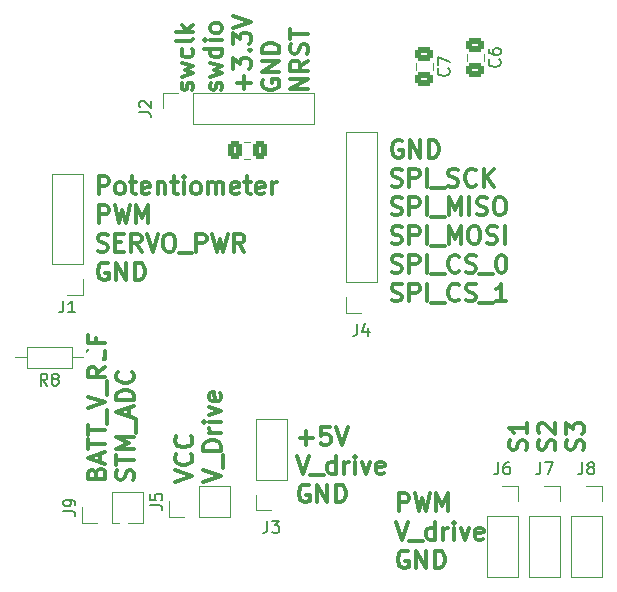
<source format=gto>
%TF.GenerationSoftware,KiCad,Pcbnew,7.0.1*%
%TF.CreationDate,2023-04-28T23:06:09+02:00*%
%TF.ProjectId,test_ADC_and_CurrentSensors,74657374-5f41-4444-935f-616e645f4375,rev?*%
%TF.SameCoordinates,Original*%
%TF.FileFunction,Legend,Top*%
%TF.FilePolarity,Positive*%
%FSLAX46Y46*%
G04 Gerber Fmt 4.6, Leading zero omitted, Abs format (unit mm)*
G04 Created by KiCad (PCBNEW 7.0.1) date 2023-04-28 23:06:09*
%MOMM*%
%LPD*%
G01*
G04 APERTURE LIST*
G04 Aperture macros list*
%AMRoundRect*
0 Rectangle with rounded corners*
0 $1 Rounding radius*
0 $2 $3 $4 $5 $6 $7 $8 $9 X,Y pos of 4 corners*
0 Add a 4 corners polygon primitive as box body*
4,1,4,$2,$3,$4,$5,$6,$7,$8,$9,$2,$3,0*
0 Add four circle primitives for the rounded corners*
1,1,$1+$1,$2,$3*
1,1,$1+$1,$4,$5*
1,1,$1+$1,$6,$7*
1,1,$1+$1,$8,$9*
0 Add four rect primitives between the rounded corners*
20,1,$1+$1,$2,$3,$4,$5,0*
20,1,$1+$1,$4,$5,$6,$7,0*
20,1,$1+$1,$6,$7,$8,$9,0*
20,1,$1+$1,$8,$9,$2,$3,0*%
G04 Aperture macros list end*
%ADD10C,0.300000*%
%ADD11C,0.150000*%
%ADD12C,0.120000*%
%ADD13RoundRect,0.250000X0.337500X0.475000X-0.337500X0.475000X-0.337500X-0.475000X0.337500X-0.475000X0*%
%ADD14R,1.700000X1.700000*%
%ADD15O,1.700000X1.700000*%
%ADD16RoundRect,0.250000X-0.475000X0.337500X-0.475000X-0.337500X0.475000X-0.337500X0.475000X0.337500X0*%
%ADD17C,1.400000*%
%ADD18O,1.400000X1.400000*%
G04 APERTURE END LIST*
D10*
X33430714Y-70008857D02*
X33502142Y-69794571D01*
X33502142Y-69794571D02*
X33573571Y-69723142D01*
X33573571Y-69723142D02*
X33716428Y-69651714D01*
X33716428Y-69651714D02*
X33930714Y-69651714D01*
X33930714Y-69651714D02*
X34073571Y-69723142D01*
X34073571Y-69723142D02*
X34145000Y-69794571D01*
X34145000Y-69794571D02*
X34216428Y-69937428D01*
X34216428Y-69937428D02*
X34216428Y-70508857D01*
X34216428Y-70508857D02*
X32716428Y-70508857D01*
X32716428Y-70508857D02*
X32716428Y-70008857D01*
X32716428Y-70008857D02*
X32787857Y-69866000D01*
X32787857Y-69866000D02*
X32859285Y-69794571D01*
X32859285Y-69794571D02*
X33002142Y-69723142D01*
X33002142Y-69723142D02*
X33145000Y-69723142D01*
X33145000Y-69723142D02*
X33287857Y-69794571D01*
X33287857Y-69794571D02*
X33359285Y-69866000D01*
X33359285Y-69866000D02*
X33430714Y-70008857D01*
X33430714Y-70008857D02*
X33430714Y-70508857D01*
X33787857Y-69080285D02*
X33787857Y-68366000D01*
X34216428Y-69223142D02*
X32716428Y-68723142D01*
X32716428Y-68723142D02*
X34216428Y-68223142D01*
X32716428Y-67937428D02*
X32716428Y-67080286D01*
X34216428Y-67508857D02*
X32716428Y-67508857D01*
X32716428Y-66794571D02*
X32716428Y-65937429D01*
X34216428Y-66366000D02*
X32716428Y-66366000D01*
X34359285Y-65794572D02*
X34359285Y-64651714D01*
X32716428Y-64508857D02*
X34216428Y-64008857D01*
X34216428Y-64008857D02*
X32716428Y-63508857D01*
X34359285Y-63366001D02*
X34359285Y-62223143D01*
X34216428Y-61008858D02*
X33502142Y-61508858D01*
X34216428Y-61866001D02*
X32716428Y-61866001D01*
X32716428Y-61866001D02*
X32716428Y-61294572D01*
X32716428Y-61294572D02*
X32787857Y-61151715D01*
X32787857Y-61151715D02*
X32859285Y-61080286D01*
X32859285Y-61080286D02*
X33002142Y-61008858D01*
X33002142Y-61008858D02*
X33216428Y-61008858D01*
X33216428Y-61008858D02*
X33359285Y-61080286D01*
X33359285Y-61080286D02*
X33430714Y-61151715D01*
X33430714Y-61151715D02*
X33502142Y-61294572D01*
X33502142Y-61294572D02*
X33502142Y-61866001D01*
X33430714Y-60366001D02*
X33430714Y-59866001D01*
X34216428Y-59651715D02*
X34216428Y-60366001D01*
X34216428Y-60366001D02*
X32716428Y-60366001D01*
X32716428Y-60366001D02*
X32716428Y-59651715D01*
X33430714Y-58508858D02*
X33430714Y-59008858D01*
X34216428Y-59008858D02*
X32716428Y-59008858D01*
X32716428Y-59008858D02*
X32716428Y-58294572D01*
X36575000Y-70580285D02*
X36646428Y-70366000D01*
X36646428Y-70366000D02*
X36646428Y-70008857D01*
X36646428Y-70008857D02*
X36575000Y-69866000D01*
X36575000Y-69866000D02*
X36503571Y-69794571D01*
X36503571Y-69794571D02*
X36360714Y-69723142D01*
X36360714Y-69723142D02*
X36217857Y-69723142D01*
X36217857Y-69723142D02*
X36075000Y-69794571D01*
X36075000Y-69794571D02*
X36003571Y-69866000D01*
X36003571Y-69866000D02*
X35932142Y-70008857D01*
X35932142Y-70008857D02*
X35860714Y-70294571D01*
X35860714Y-70294571D02*
X35789285Y-70437428D01*
X35789285Y-70437428D02*
X35717857Y-70508857D01*
X35717857Y-70508857D02*
X35575000Y-70580285D01*
X35575000Y-70580285D02*
X35432142Y-70580285D01*
X35432142Y-70580285D02*
X35289285Y-70508857D01*
X35289285Y-70508857D02*
X35217857Y-70437428D01*
X35217857Y-70437428D02*
X35146428Y-70294571D01*
X35146428Y-70294571D02*
X35146428Y-69937428D01*
X35146428Y-69937428D02*
X35217857Y-69723142D01*
X35146428Y-69294571D02*
X35146428Y-68437429D01*
X36646428Y-68866000D02*
X35146428Y-68866000D01*
X36646428Y-67937429D02*
X35146428Y-67937429D01*
X35146428Y-67937429D02*
X36217857Y-67437429D01*
X36217857Y-67437429D02*
X35146428Y-66937429D01*
X35146428Y-66937429D02*
X36646428Y-66937429D01*
X36789285Y-66580286D02*
X36789285Y-65437428D01*
X36217857Y-65151714D02*
X36217857Y-64437429D01*
X36646428Y-65294571D02*
X35146428Y-64794571D01*
X35146428Y-64794571D02*
X36646428Y-64294571D01*
X36646428Y-63794572D02*
X35146428Y-63794572D01*
X35146428Y-63794572D02*
X35146428Y-63437429D01*
X35146428Y-63437429D02*
X35217857Y-63223143D01*
X35217857Y-63223143D02*
X35360714Y-63080286D01*
X35360714Y-63080286D02*
X35503571Y-63008857D01*
X35503571Y-63008857D02*
X35789285Y-62937429D01*
X35789285Y-62937429D02*
X36003571Y-62937429D01*
X36003571Y-62937429D02*
X36289285Y-63008857D01*
X36289285Y-63008857D02*
X36432142Y-63080286D01*
X36432142Y-63080286D02*
X36575000Y-63223143D01*
X36575000Y-63223143D02*
X36646428Y-63437429D01*
X36646428Y-63437429D02*
X36646428Y-63794572D01*
X36503571Y-61437429D02*
X36575000Y-61508857D01*
X36575000Y-61508857D02*
X36646428Y-61723143D01*
X36646428Y-61723143D02*
X36646428Y-61866000D01*
X36646428Y-61866000D02*
X36575000Y-62080286D01*
X36575000Y-62080286D02*
X36432142Y-62223143D01*
X36432142Y-62223143D02*
X36289285Y-62294572D01*
X36289285Y-62294572D02*
X36003571Y-62366000D01*
X36003571Y-62366000D02*
X35789285Y-62366000D01*
X35789285Y-62366000D02*
X35503571Y-62294572D01*
X35503571Y-62294572D02*
X35360714Y-62223143D01*
X35360714Y-62223143D02*
X35217857Y-62080286D01*
X35217857Y-62080286D02*
X35146428Y-61866000D01*
X35146428Y-61866000D02*
X35146428Y-61723143D01*
X35146428Y-61723143D02*
X35217857Y-61508857D01*
X35217857Y-61508857D02*
X35289285Y-61437429D01*
X69815000Y-68040285D02*
X69886428Y-67826000D01*
X69886428Y-67826000D02*
X69886428Y-67468857D01*
X69886428Y-67468857D02*
X69815000Y-67326000D01*
X69815000Y-67326000D02*
X69743571Y-67254571D01*
X69743571Y-67254571D02*
X69600714Y-67183142D01*
X69600714Y-67183142D02*
X69457857Y-67183142D01*
X69457857Y-67183142D02*
X69315000Y-67254571D01*
X69315000Y-67254571D02*
X69243571Y-67326000D01*
X69243571Y-67326000D02*
X69172142Y-67468857D01*
X69172142Y-67468857D02*
X69100714Y-67754571D01*
X69100714Y-67754571D02*
X69029285Y-67897428D01*
X69029285Y-67897428D02*
X68957857Y-67968857D01*
X68957857Y-67968857D02*
X68815000Y-68040285D01*
X68815000Y-68040285D02*
X68672142Y-68040285D01*
X68672142Y-68040285D02*
X68529285Y-67968857D01*
X68529285Y-67968857D02*
X68457857Y-67897428D01*
X68457857Y-67897428D02*
X68386428Y-67754571D01*
X68386428Y-67754571D02*
X68386428Y-67397428D01*
X68386428Y-67397428D02*
X68457857Y-67183142D01*
X69886428Y-65754571D02*
X69886428Y-66611714D01*
X69886428Y-66183143D02*
X68386428Y-66183143D01*
X68386428Y-66183143D02*
X68600714Y-66326000D01*
X68600714Y-66326000D02*
X68743571Y-66468857D01*
X68743571Y-66468857D02*
X68815000Y-66611714D01*
X72245000Y-68040285D02*
X72316428Y-67826000D01*
X72316428Y-67826000D02*
X72316428Y-67468857D01*
X72316428Y-67468857D02*
X72245000Y-67326000D01*
X72245000Y-67326000D02*
X72173571Y-67254571D01*
X72173571Y-67254571D02*
X72030714Y-67183142D01*
X72030714Y-67183142D02*
X71887857Y-67183142D01*
X71887857Y-67183142D02*
X71745000Y-67254571D01*
X71745000Y-67254571D02*
X71673571Y-67326000D01*
X71673571Y-67326000D02*
X71602142Y-67468857D01*
X71602142Y-67468857D02*
X71530714Y-67754571D01*
X71530714Y-67754571D02*
X71459285Y-67897428D01*
X71459285Y-67897428D02*
X71387857Y-67968857D01*
X71387857Y-67968857D02*
X71245000Y-68040285D01*
X71245000Y-68040285D02*
X71102142Y-68040285D01*
X71102142Y-68040285D02*
X70959285Y-67968857D01*
X70959285Y-67968857D02*
X70887857Y-67897428D01*
X70887857Y-67897428D02*
X70816428Y-67754571D01*
X70816428Y-67754571D02*
X70816428Y-67397428D01*
X70816428Y-67397428D02*
X70887857Y-67183142D01*
X70959285Y-66611714D02*
X70887857Y-66540286D01*
X70887857Y-66540286D02*
X70816428Y-66397429D01*
X70816428Y-66397429D02*
X70816428Y-66040286D01*
X70816428Y-66040286D02*
X70887857Y-65897429D01*
X70887857Y-65897429D02*
X70959285Y-65826000D01*
X70959285Y-65826000D02*
X71102142Y-65754571D01*
X71102142Y-65754571D02*
X71245000Y-65754571D01*
X71245000Y-65754571D02*
X71459285Y-65826000D01*
X71459285Y-65826000D02*
X72316428Y-66683143D01*
X72316428Y-66683143D02*
X72316428Y-65754571D01*
X74675000Y-68040285D02*
X74746428Y-67826000D01*
X74746428Y-67826000D02*
X74746428Y-67468857D01*
X74746428Y-67468857D02*
X74675000Y-67326000D01*
X74675000Y-67326000D02*
X74603571Y-67254571D01*
X74603571Y-67254571D02*
X74460714Y-67183142D01*
X74460714Y-67183142D02*
X74317857Y-67183142D01*
X74317857Y-67183142D02*
X74175000Y-67254571D01*
X74175000Y-67254571D02*
X74103571Y-67326000D01*
X74103571Y-67326000D02*
X74032142Y-67468857D01*
X74032142Y-67468857D02*
X73960714Y-67754571D01*
X73960714Y-67754571D02*
X73889285Y-67897428D01*
X73889285Y-67897428D02*
X73817857Y-67968857D01*
X73817857Y-67968857D02*
X73675000Y-68040285D01*
X73675000Y-68040285D02*
X73532142Y-68040285D01*
X73532142Y-68040285D02*
X73389285Y-67968857D01*
X73389285Y-67968857D02*
X73317857Y-67897428D01*
X73317857Y-67897428D02*
X73246428Y-67754571D01*
X73246428Y-67754571D02*
X73246428Y-67397428D01*
X73246428Y-67397428D02*
X73317857Y-67183142D01*
X73246428Y-66683143D02*
X73246428Y-65754571D01*
X73246428Y-65754571D02*
X73817857Y-66254571D01*
X73817857Y-66254571D02*
X73817857Y-66040286D01*
X73817857Y-66040286D02*
X73889285Y-65897429D01*
X73889285Y-65897429D02*
X73960714Y-65826000D01*
X73960714Y-65826000D02*
X74103571Y-65754571D01*
X74103571Y-65754571D02*
X74460714Y-65754571D01*
X74460714Y-65754571D02*
X74603571Y-65826000D01*
X74603571Y-65826000D02*
X74675000Y-65897429D01*
X74675000Y-65897429D02*
X74746428Y-66040286D01*
X74746428Y-66040286D02*
X74746428Y-66468857D01*
X74746428Y-66468857D02*
X74675000Y-66611714D01*
X74675000Y-66611714D02*
X74603571Y-66683143D01*
X59031142Y-73188428D02*
X59031142Y-71688428D01*
X59031142Y-71688428D02*
X59602571Y-71688428D01*
X59602571Y-71688428D02*
X59745428Y-71759857D01*
X59745428Y-71759857D02*
X59816857Y-71831285D01*
X59816857Y-71831285D02*
X59888285Y-71974142D01*
X59888285Y-71974142D02*
X59888285Y-72188428D01*
X59888285Y-72188428D02*
X59816857Y-72331285D01*
X59816857Y-72331285D02*
X59745428Y-72402714D01*
X59745428Y-72402714D02*
X59602571Y-72474142D01*
X59602571Y-72474142D02*
X59031142Y-72474142D01*
X60388285Y-71688428D02*
X60745428Y-73188428D01*
X60745428Y-73188428D02*
X61031142Y-72117000D01*
X61031142Y-72117000D02*
X61316857Y-73188428D01*
X61316857Y-73188428D02*
X61674000Y-71688428D01*
X62245428Y-73188428D02*
X62245428Y-71688428D01*
X62245428Y-71688428D02*
X62745428Y-72759857D01*
X62745428Y-72759857D02*
X63245428Y-71688428D01*
X63245428Y-71688428D02*
X63245428Y-73188428D01*
X58816857Y-74118428D02*
X59316857Y-75618428D01*
X59316857Y-75618428D02*
X59816857Y-74118428D01*
X59959714Y-75761285D02*
X61102571Y-75761285D01*
X62102571Y-75618428D02*
X62102571Y-74118428D01*
X62102571Y-75547000D02*
X61959713Y-75618428D01*
X61959713Y-75618428D02*
X61673999Y-75618428D01*
X61673999Y-75618428D02*
X61531142Y-75547000D01*
X61531142Y-75547000D02*
X61459713Y-75475571D01*
X61459713Y-75475571D02*
X61388285Y-75332714D01*
X61388285Y-75332714D02*
X61388285Y-74904142D01*
X61388285Y-74904142D02*
X61459713Y-74761285D01*
X61459713Y-74761285D02*
X61531142Y-74689857D01*
X61531142Y-74689857D02*
X61673999Y-74618428D01*
X61673999Y-74618428D02*
X61959713Y-74618428D01*
X61959713Y-74618428D02*
X62102571Y-74689857D01*
X62816856Y-75618428D02*
X62816856Y-74618428D01*
X62816856Y-74904142D02*
X62888285Y-74761285D01*
X62888285Y-74761285D02*
X62959714Y-74689857D01*
X62959714Y-74689857D02*
X63102571Y-74618428D01*
X63102571Y-74618428D02*
X63245428Y-74618428D01*
X63745427Y-75618428D02*
X63745427Y-74618428D01*
X63745427Y-74118428D02*
X63673999Y-74189857D01*
X63673999Y-74189857D02*
X63745427Y-74261285D01*
X63745427Y-74261285D02*
X63816856Y-74189857D01*
X63816856Y-74189857D02*
X63745427Y-74118428D01*
X63745427Y-74118428D02*
X63745427Y-74261285D01*
X64316856Y-74618428D02*
X64673999Y-75618428D01*
X64673999Y-75618428D02*
X65031142Y-74618428D01*
X66173999Y-75547000D02*
X66031142Y-75618428D01*
X66031142Y-75618428D02*
X65745428Y-75618428D01*
X65745428Y-75618428D02*
X65602570Y-75547000D01*
X65602570Y-75547000D02*
X65531142Y-75404142D01*
X65531142Y-75404142D02*
X65531142Y-74832714D01*
X65531142Y-74832714D02*
X65602570Y-74689857D01*
X65602570Y-74689857D02*
X65745428Y-74618428D01*
X65745428Y-74618428D02*
X66031142Y-74618428D01*
X66031142Y-74618428D02*
X66173999Y-74689857D01*
X66173999Y-74689857D02*
X66245428Y-74832714D01*
X66245428Y-74832714D02*
X66245428Y-74975571D01*
X66245428Y-74975571D02*
X65531142Y-75118428D01*
X59816857Y-76619857D02*
X59674000Y-76548428D01*
X59674000Y-76548428D02*
X59459714Y-76548428D01*
X59459714Y-76548428D02*
X59245428Y-76619857D01*
X59245428Y-76619857D02*
X59102571Y-76762714D01*
X59102571Y-76762714D02*
X59031142Y-76905571D01*
X59031142Y-76905571D02*
X58959714Y-77191285D01*
X58959714Y-77191285D02*
X58959714Y-77405571D01*
X58959714Y-77405571D02*
X59031142Y-77691285D01*
X59031142Y-77691285D02*
X59102571Y-77834142D01*
X59102571Y-77834142D02*
X59245428Y-77977000D01*
X59245428Y-77977000D02*
X59459714Y-78048428D01*
X59459714Y-78048428D02*
X59602571Y-78048428D01*
X59602571Y-78048428D02*
X59816857Y-77977000D01*
X59816857Y-77977000D02*
X59888285Y-77905571D01*
X59888285Y-77905571D02*
X59888285Y-77405571D01*
X59888285Y-77405571D02*
X59602571Y-77405571D01*
X60531142Y-78048428D02*
X60531142Y-76548428D01*
X60531142Y-76548428D02*
X61388285Y-78048428D01*
X61388285Y-78048428D02*
X61388285Y-76548428D01*
X62102571Y-78048428D02*
X62102571Y-76548428D01*
X62102571Y-76548428D02*
X62459714Y-76548428D01*
X62459714Y-76548428D02*
X62674000Y-76619857D01*
X62674000Y-76619857D02*
X62816857Y-76762714D01*
X62816857Y-76762714D02*
X62888286Y-76905571D01*
X62888286Y-76905571D02*
X62959714Y-77191285D01*
X62959714Y-77191285D02*
X62959714Y-77405571D01*
X62959714Y-77405571D02*
X62888286Y-77691285D01*
X62888286Y-77691285D02*
X62816857Y-77834142D01*
X62816857Y-77834142D02*
X62674000Y-77977000D01*
X62674000Y-77977000D02*
X62459714Y-78048428D01*
X62459714Y-78048428D02*
X62102571Y-78048428D01*
X40082428Y-70723142D02*
X41582428Y-70223142D01*
X41582428Y-70223142D02*
X40082428Y-69723142D01*
X41439571Y-68366000D02*
X41511000Y-68437428D01*
X41511000Y-68437428D02*
X41582428Y-68651714D01*
X41582428Y-68651714D02*
X41582428Y-68794571D01*
X41582428Y-68794571D02*
X41511000Y-69008857D01*
X41511000Y-69008857D02*
X41368142Y-69151714D01*
X41368142Y-69151714D02*
X41225285Y-69223143D01*
X41225285Y-69223143D02*
X40939571Y-69294571D01*
X40939571Y-69294571D02*
X40725285Y-69294571D01*
X40725285Y-69294571D02*
X40439571Y-69223143D01*
X40439571Y-69223143D02*
X40296714Y-69151714D01*
X40296714Y-69151714D02*
X40153857Y-69008857D01*
X40153857Y-69008857D02*
X40082428Y-68794571D01*
X40082428Y-68794571D02*
X40082428Y-68651714D01*
X40082428Y-68651714D02*
X40153857Y-68437428D01*
X40153857Y-68437428D02*
X40225285Y-68366000D01*
X41439571Y-66866000D02*
X41511000Y-66937428D01*
X41511000Y-66937428D02*
X41582428Y-67151714D01*
X41582428Y-67151714D02*
X41582428Y-67294571D01*
X41582428Y-67294571D02*
X41511000Y-67508857D01*
X41511000Y-67508857D02*
X41368142Y-67651714D01*
X41368142Y-67651714D02*
X41225285Y-67723143D01*
X41225285Y-67723143D02*
X40939571Y-67794571D01*
X40939571Y-67794571D02*
X40725285Y-67794571D01*
X40725285Y-67794571D02*
X40439571Y-67723143D01*
X40439571Y-67723143D02*
X40296714Y-67651714D01*
X40296714Y-67651714D02*
X40153857Y-67508857D01*
X40153857Y-67508857D02*
X40082428Y-67294571D01*
X40082428Y-67294571D02*
X40082428Y-67151714D01*
X40082428Y-67151714D02*
X40153857Y-66937428D01*
X40153857Y-66937428D02*
X40225285Y-66866000D01*
X42512428Y-70723142D02*
X44012428Y-70223142D01*
X44012428Y-70223142D02*
X42512428Y-69723142D01*
X44155285Y-69580286D02*
X44155285Y-68437428D01*
X44012428Y-68080286D02*
X42512428Y-68080286D01*
X42512428Y-68080286D02*
X42512428Y-67723143D01*
X42512428Y-67723143D02*
X42583857Y-67508857D01*
X42583857Y-67508857D02*
X42726714Y-67366000D01*
X42726714Y-67366000D02*
X42869571Y-67294571D01*
X42869571Y-67294571D02*
X43155285Y-67223143D01*
X43155285Y-67223143D02*
X43369571Y-67223143D01*
X43369571Y-67223143D02*
X43655285Y-67294571D01*
X43655285Y-67294571D02*
X43798142Y-67366000D01*
X43798142Y-67366000D02*
X43941000Y-67508857D01*
X43941000Y-67508857D02*
X44012428Y-67723143D01*
X44012428Y-67723143D02*
X44012428Y-68080286D01*
X44012428Y-66580286D02*
X43012428Y-66580286D01*
X43298142Y-66580286D02*
X43155285Y-66508857D01*
X43155285Y-66508857D02*
X43083857Y-66437429D01*
X43083857Y-66437429D02*
X43012428Y-66294571D01*
X43012428Y-66294571D02*
X43012428Y-66151714D01*
X44012428Y-65651715D02*
X43012428Y-65651715D01*
X42512428Y-65651715D02*
X42583857Y-65723143D01*
X42583857Y-65723143D02*
X42655285Y-65651715D01*
X42655285Y-65651715D02*
X42583857Y-65580286D01*
X42583857Y-65580286D02*
X42512428Y-65651715D01*
X42512428Y-65651715D02*
X42655285Y-65651715D01*
X43012428Y-65080286D02*
X44012428Y-64723143D01*
X44012428Y-64723143D02*
X43012428Y-64366000D01*
X43941000Y-63223143D02*
X44012428Y-63366000D01*
X44012428Y-63366000D02*
X44012428Y-63651715D01*
X44012428Y-63651715D02*
X43941000Y-63794572D01*
X43941000Y-63794572D02*
X43798142Y-63866000D01*
X43798142Y-63866000D02*
X43226714Y-63866000D01*
X43226714Y-63866000D02*
X43083857Y-63794572D01*
X43083857Y-63794572D02*
X43012428Y-63651715D01*
X43012428Y-63651715D02*
X43012428Y-63366000D01*
X43012428Y-63366000D02*
X43083857Y-63223143D01*
X43083857Y-63223143D02*
X43226714Y-63151715D01*
X43226714Y-63151715D02*
X43369571Y-63151715D01*
X43369571Y-63151715D02*
X43512428Y-63866000D01*
X50649142Y-67029000D02*
X51792000Y-67029000D01*
X51220571Y-67600428D02*
X51220571Y-66457571D01*
X53220571Y-66100428D02*
X52506285Y-66100428D01*
X52506285Y-66100428D02*
X52434857Y-66814714D01*
X52434857Y-66814714D02*
X52506285Y-66743285D01*
X52506285Y-66743285D02*
X52649143Y-66671857D01*
X52649143Y-66671857D02*
X53006285Y-66671857D01*
X53006285Y-66671857D02*
X53149143Y-66743285D01*
X53149143Y-66743285D02*
X53220571Y-66814714D01*
X53220571Y-66814714D02*
X53292000Y-66957571D01*
X53292000Y-66957571D02*
X53292000Y-67314714D01*
X53292000Y-67314714D02*
X53220571Y-67457571D01*
X53220571Y-67457571D02*
X53149143Y-67529000D01*
X53149143Y-67529000D02*
X53006285Y-67600428D01*
X53006285Y-67600428D02*
X52649143Y-67600428D01*
X52649143Y-67600428D02*
X52506285Y-67529000D01*
X52506285Y-67529000D02*
X52434857Y-67457571D01*
X53720571Y-66100428D02*
X54220571Y-67600428D01*
X54220571Y-67600428D02*
X54720571Y-66100428D01*
X50434857Y-68530428D02*
X50934857Y-70030428D01*
X50934857Y-70030428D02*
X51434857Y-68530428D01*
X51577714Y-70173285D02*
X52720571Y-70173285D01*
X53720571Y-70030428D02*
X53720571Y-68530428D01*
X53720571Y-69959000D02*
X53577713Y-70030428D01*
X53577713Y-70030428D02*
X53291999Y-70030428D01*
X53291999Y-70030428D02*
X53149142Y-69959000D01*
X53149142Y-69959000D02*
X53077713Y-69887571D01*
X53077713Y-69887571D02*
X53006285Y-69744714D01*
X53006285Y-69744714D02*
X53006285Y-69316142D01*
X53006285Y-69316142D02*
X53077713Y-69173285D01*
X53077713Y-69173285D02*
X53149142Y-69101857D01*
X53149142Y-69101857D02*
X53291999Y-69030428D01*
X53291999Y-69030428D02*
X53577713Y-69030428D01*
X53577713Y-69030428D02*
X53720571Y-69101857D01*
X54434856Y-70030428D02*
X54434856Y-69030428D01*
X54434856Y-69316142D02*
X54506285Y-69173285D01*
X54506285Y-69173285D02*
X54577714Y-69101857D01*
X54577714Y-69101857D02*
X54720571Y-69030428D01*
X54720571Y-69030428D02*
X54863428Y-69030428D01*
X55363427Y-70030428D02*
X55363427Y-69030428D01*
X55363427Y-68530428D02*
X55291999Y-68601857D01*
X55291999Y-68601857D02*
X55363427Y-68673285D01*
X55363427Y-68673285D02*
X55434856Y-68601857D01*
X55434856Y-68601857D02*
X55363427Y-68530428D01*
X55363427Y-68530428D02*
X55363427Y-68673285D01*
X55934856Y-69030428D02*
X56291999Y-70030428D01*
X56291999Y-70030428D02*
X56649142Y-69030428D01*
X57791999Y-69959000D02*
X57649142Y-70030428D01*
X57649142Y-70030428D02*
X57363428Y-70030428D01*
X57363428Y-70030428D02*
X57220570Y-69959000D01*
X57220570Y-69959000D02*
X57149142Y-69816142D01*
X57149142Y-69816142D02*
X57149142Y-69244714D01*
X57149142Y-69244714D02*
X57220570Y-69101857D01*
X57220570Y-69101857D02*
X57363428Y-69030428D01*
X57363428Y-69030428D02*
X57649142Y-69030428D01*
X57649142Y-69030428D02*
X57791999Y-69101857D01*
X57791999Y-69101857D02*
X57863428Y-69244714D01*
X57863428Y-69244714D02*
X57863428Y-69387571D01*
X57863428Y-69387571D02*
X57149142Y-69530428D01*
X51434857Y-71031857D02*
X51292000Y-70960428D01*
X51292000Y-70960428D02*
X51077714Y-70960428D01*
X51077714Y-70960428D02*
X50863428Y-71031857D01*
X50863428Y-71031857D02*
X50720571Y-71174714D01*
X50720571Y-71174714D02*
X50649142Y-71317571D01*
X50649142Y-71317571D02*
X50577714Y-71603285D01*
X50577714Y-71603285D02*
X50577714Y-71817571D01*
X50577714Y-71817571D02*
X50649142Y-72103285D01*
X50649142Y-72103285D02*
X50720571Y-72246142D01*
X50720571Y-72246142D02*
X50863428Y-72389000D01*
X50863428Y-72389000D02*
X51077714Y-72460428D01*
X51077714Y-72460428D02*
X51220571Y-72460428D01*
X51220571Y-72460428D02*
X51434857Y-72389000D01*
X51434857Y-72389000D02*
X51506285Y-72317571D01*
X51506285Y-72317571D02*
X51506285Y-71817571D01*
X51506285Y-71817571D02*
X51220571Y-71817571D01*
X52149142Y-72460428D02*
X52149142Y-70960428D01*
X52149142Y-70960428D02*
X53006285Y-72460428D01*
X53006285Y-72460428D02*
X53006285Y-70960428D01*
X53720571Y-72460428D02*
X53720571Y-70960428D01*
X53720571Y-70960428D02*
X54077714Y-70960428D01*
X54077714Y-70960428D02*
X54292000Y-71031857D01*
X54292000Y-71031857D02*
X54434857Y-71174714D01*
X54434857Y-71174714D02*
X54506286Y-71317571D01*
X54506286Y-71317571D02*
X54577714Y-71603285D01*
X54577714Y-71603285D02*
X54577714Y-71817571D01*
X54577714Y-71817571D02*
X54506286Y-72103285D01*
X54506286Y-72103285D02*
X54434857Y-72246142D01*
X54434857Y-72246142D02*
X54292000Y-72389000D01*
X54292000Y-72389000D02*
X54077714Y-72460428D01*
X54077714Y-72460428D02*
X53720571Y-72460428D01*
X33631142Y-46374428D02*
X33631142Y-44874428D01*
X33631142Y-44874428D02*
X34202571Y-44874428D01*
X34202571Y-44874428D02*
X34345428Y-44945857D01*
X34345428Y-44945857D02*
X34416857Y-45017285D01*
X34416857Y-45017285D02*
X34488285Y-45160142D01*
X34488285Y-45160142D02*
X34488285Y-45374428D01*
X34488285Y-45374428D02*
X34416857Y-45517285D01*
X34416857Y-45517285D02*
X34345428Y-45588714D01*
X34345428Y-45588714D02*
X34202571Y-45660142D01*
X34202571Y-45660142D02*
X33631142Y-45660142D01*
X35345428Y-46374428D02*
X35202571Y-46303000D01*
X35202571Y-46303000D02*
X35131142Y-46231571D01*
X35131142Y-46231571D02*
X35059714Y-46088714D01*
X35059714Y-46088714D02*
X35059714Y-45660142D01*
X35059714Y-45660142D02*
X35131142Y-45517285D01*
X35131142Y-45517285D02*
X35202571Y-45445857D01*
X35202571Y-45445857D02*
X35345428Y-45374428D01*
X35345428Y-45374428D02*
X35559714Y-45374428D01*
X35559714Y-45374428D02*
X35702571Y-45445857D01*
X35702571Y-45445857D02*
X35774000Y-45517285D01*
X35774000Y-45517285D02*
X35845428Y-45660142D01*
X35845428Y-45660142D02*
X35845428Y-46088714D01*
X35845428Y-46088714D02*
X35774000Y-46231571D01*
X35774000Y-46231571D02*
X35702571Y-46303000D01*
X35702571Y-46303000D02*
X35559714Y-46374428D01*
X35559714Y-46374428D02*
X35345428Y-46374428D01*
X36274000Y-45374428D02*
X36845428Y-45374428D01*
X36488285Y-44874428D02*
X36488285Y-46160142D01*
X36488285Y-46160142D02*
X36559714Y-46303000D01*
X36559714Y-46303000D02*
X36702571Y-46374428D01*
X36702571Y-46374428D02*
X36845428Y-46374428D01*
X37916857Y-46303000D02*
X37774000Y-46374428D01*
X37774000Y-46374428D02*
X37488286Y-46374428D01*
X37488286Y-46374428D02*
X37345428Y-46303000D01*
X37345428Y-46303000D02*
X37274000Y-46160142D01*
X37274000Y-46160142D02*
X37274000Y-45588714D01*
X37274000Y-45588714D02*
X37345428Y-45445857D01*
X37345428Y-45445857D02*
X37488286Y-45374428D01*
X37488286Y-45374428D02*
X37774000Y-45374428D01*
X37774000Y-45374428D02*
X37916857Y-45445857D01*
X37916857Y-45445857D02*
X37988286Y-45588714D01*
X37988286Y-45588714D02*
X37988286Y-45731571D01*
X37988286Y-45731571D02*
X37274000Y-45874428D01*
X38631142Y-45374428D02*
X38631142Y-46374428D01*
X38631142Y-45517285D02*
X38702571Y-45445857D01*
X38702571Y-45445857D02*
X38845428Y-45374428D01*
X38845428Y-45374428D02*
X39059714Y-45374428D01*
X39059714Y-45374428D02*
X39202571Y-45445857D01*
X39202571Y-45445857D02*
X39274000Y-45588714D01*
X39274000Y-45588714D02*
X39274000Y-46374428D01*
X39774000Y-45374428D02*
X40345428Y-45374428D01*
X39988285Y-44874428D02*
X39988285Y-46160142D01*
X39988285Y-46160142D02*
X40059714Y-46303000D01*
X40059714Y-46303000D02*
X40202571Y-46374428D01*
X40202571Y-46374428D02*
X40345428Y-46374428D01*
X40845428Y-46374428D02*
X40845428Y-45374428D01*
X40845428Y-44874428D02*
X40774000Y-44945857D01*
X40774000Y-44945857D02*
X40845428Y-45017285D01*
X40845428Y-45017285D02*
X40916857Y-44945857D01*
X40916857Y-44945857D02*
X40845428Y-44874428D01*
X40845428Y-44874428D02*
X40845428Y-45017285D01*
X41774000Y-46374428D02*
X41631143Y-46303000D01*
X41631143Y-46303000D02*
X41559714Y-46231571D01*
X41559714Y-46231571D02*
X41488286Y-46088714D01*
X41488286Y-46088714D02*
X41488286Y-45660142D01*
X41488286Y-45660142D02*
X41559714Y-45517285D01*
X41559714Y-45517285D02*
X41631143Y-45445857D01*
X41631143Y-45445857D02*
X41774000Y-45374428D01*
X41774000Y-45374428D02*
X41988286Y-45374428D01*
X41988286Y-45374428D02*
X42131143Y-45445857D01*
X42131143Y-45445857D02*
X42202572Y-45517285D01*
X42202572Y-45517285D02*
X42274000Y-45660142D01*
X42274000Y-45660142D02*
X42274000Y-46088714D01*
X42274000Y-46088714D02*
X42202572Y-46231571D01*
X42202572Y-46231571D02*
X42131143Y-46303000D01*
X42131143Y-46303000D02*
X41988286Y-46374428D01*
X41988286Y-46374428D02*
X41774000Y-46374428D01*
X42916857Y-46374428D02*
X42916857Y-45374428D01*
X42916857Y-45517285D02*
X42988286Y-45445857D01*
X42988286Y-45445857D02*
X43131143Y-45374428D01*
X43131143Y-45374428D02*
X43345429Y-45374428D01*
X43345429Y-45374428D02*
X43488286Y-45445857D01*
X43488286Y-45445857D02*
X43559715Y-45588714D01*
X43559715Y-45588714D02*
X43559715Y-46374428D01*
X43559715Y-45588714D02*
X43631143Y-45445857D01*
X43631143Y-45445857D02*
X43774000Y-45374428D01*
X43774000Y-45374428D02*
X43988286Y-45374428D01*
X43988286Y-45374428D02*
X44131143Y-45445857D01*
X44131143Y-45445857D02*
X44202572Y-45588714D01*
X44202572Y-45588714D02*
X44202572Y-46374428D01*
X45488286Y-46303000D02*
X45345429Y-46374428D01*
X45345429Y-46374428D02*
X45059715Y-46374428D01*
X45059715Y-46374428D02*
X44916857Y-46303000D01*
X44916857Y-46303000D02*
X44845429Y-46160142D01*
X44845429Y-46160142D02*
X44845429Y-45588714D01*
X44845429Y-45588714D02*
X44916857Y-45445857D01*
X44916857Y-45445857D02*
X45059715Y-45374428D01*
X45059715Y-45374428D02*
X45345429Y-45374428D01*
X45345429Y-45374428D02*
X45488286Y-45445857D01*
X45488286Y-45445857D02*
X45559715Y-45588714D01*
X45559715Y-45588714D02*
X45559715Y-45731571D01*
X45559715Y-45731571D02*
X44845429Y-45874428D01*
X45988286Y-45374428D02*
X46559714Y-45374428D01*
X46202571Y-44874428D02*
X46202571Y-46160142D01*
X46202571Y-46160142D02*
X46274000Y-46303000D01*
X46274000Y-46303000D02*
X46416857Y-46374428D01*
X46416857Y-46374428D02*
X46559714Y-46374428D01*
X47631143Y-46303000D02*
X47488286Y-46374428D01*
X47488286Y-46374428D02*
X47202572Y-46374428D01*
X47202572Y-46374428D02*
X47059714Y-46303000D01*
X47059714Y-46303000D02*
X46988286Y-46160142D01*
X46988286Y-46160142D02*
X46988286Y-45588714D01*
X46988286Y-45588714D02*
X47059714Y-45445857D01*
X47059714Y-45445857D02*
X47202572Y-45374428D01*
X47202572Y-45374428D02*
X47488286Y-45374428D01*
X47488286Y-45374428D02*
X47631143Y-45445857D01*
X47631143Y-45445857D02*
X47702572Y-45588714D01*
X47702572Y-45588714D02*
X47702572Y-45731571D01*
X47702572Y-45731571D02*
X46988286Y-45874428D01*
X48345428Y-46374428D02*
X48345428Y-45374428D01*
X48345428Y-45660142D02*
X48416857Y-45517285D01*
X48416857Y-45517285D02*
X48488286Y-45445857D01*
X48488286Y-45445857D02*
X48631143Y-45374428D01*
X48631143Y-45374428D02*
X48774000Y-45374428D01*
X33631142Y-48804428D02*
X33631142Y-47304428D01*
X33631142Y-47304428D02*
X34202571Y-47304428D01*
X34202571Y-47304428D02*
X34345428Y-47375857D01*
X34345428Y-47375857D02*
X34416857Y-47447285D01*
X34416857Y-47447285D02*
X34488285Y-47590142D01*
X34488285Y-47590142D02*
X34488285Y-47804428D01*
X34488285Y-47804428D02*
X34416857Y-47947285D01*
X34416857Y-47947285D02*
X34345428Y-48018714D01*
X34345428Y-48018714D02*
X34202571Y-48090142D01*
X34202571Y-48090142D02*
X33631142Y-48090142D01*
X34988285Y-47304428D02*
X35345428Y-48804428D01*
X35345428Y-48804428D02*
X35631142Y-47733000D01*
X35631142Y-47733000D02*
X35916857Y-48804428D01*
X35916857Y-48804428D02*
X36274000Y-47304428D01*
X36845428Y-48804428D02*
X36845428Y-47304428D01*
X36845428Y-47304428D02*
X37345428Y-48375857D01*
X37345428Y-48375857D02*
X37845428Y-47304428D01*
X37845428Y-47304428D02*
X37845428Y-48804428D01*
X33559714Y-51163000D02*
X33774000Y-51234428D01*
X33774000Y-51234428D02*
X34131142Y-51234428D01*
X34131142Y-51234428D02*
X34274000Y-51163000D01*
X34274000Y-51163000D02*
X34345428Y-51091571D01*
X34345428Y-51091571D02*
X34416857Y-50948714D01*
X34416857Y-50948714D02*
X34416857Y-50805857D01*
X34416857Y-50805857D02*
X34345428Y-50663000D01*
X34345428Y-50663000D02*
X34274000Y-50591571D01*
X34274000Y-50591571D02*
X34131142Y-50520142D01*
X34131142Y-50520142D02*
X33845428Y-50448714D01*
X33845428Y-50448714D02*
X33702571Y-50377285D01*
X33702571Y-50377285D02*
X33631142Y-50305857D01*
X33631142Y-50305857D02*
X33559714Y-50163000D01*
X33559714Y-50163000D02*
X33559714Y-50020142D01*
X33559714Y-50020142D02*
X33631142Y-49877285D01*
X33631142Y-49877285D02*
X33702571Y-49805857D01*
X33702571Y-49805857D02*
X33845428Y-49734428D01*
X33845428Y-49734428D02*
X34202571Y-49734428D01*
X34202571Y-49734428D02*
X34416857Y-49805857D01*
X35059713Y-50448714D02*
X35559713Y-50448714D01*
X35773999Y-51234428D02*
X35059713Y-51234428D01*
X35059713Y-51234428D02*
X35059713Y-49734428D01*
X35059713Y-49734428D02*
X35773999Y-49734428D01*
X37273999Y-51234428D02*
X36773999Y-50520142D01*
X36416856Y-51234428D02*
X36416856Y-49734428D01*
X36416856Y-49734428D02*
X36988285Y-49734428D01*
X36988285Y-49734428D02*
X37131142Y-49805857D01*
X37131142Y-49805857D02*
X37202571Y-49877285D01*
X37202571Y-49877285D02*
X37273999Y-50020142D01*
X37273999Y-50020142D02*
X37273999Y-50234428D01*
X37273999Y-50234428D02*
X37202571Y-50377285D01*
X37202571Y-50377285D02*
X37131142Y-50448714D01*
X37131142Y-50448714D02*
X36988285Y-50520142D01*
X36988285Y-50520142D02*
X36416856Y-50520142D01*
X37702571Y-49734428D02*
X38202571Y-51234428D01*
X38202571Y-51234428D02*
X38702571Y-49734428D01*
X39488285Y-49734428D02*
X39773999Y-49734428D01*
X39773999Y-49734428D02*
X39916856Y-49805857D01*
X39916856Y-49805857D02*
X40059713Y-49948714D01*
X40059713Y-49948714D02*
X40131142Y-50234428D01*
X40131142Y-50234428D02*
X40131142Y-50734428D01*
X40131142Y-50734428D02*
X40059713Y-51020142D01*
X40059713Y-51020142D02*
X39916856Y-51163000D01*
X39916856Y-51163000D02*
X39773999Y-51234428D01*
X39773999Y-51234428D02*
X39488285Y-51234428D01*
X39488285Y-51234428D02*
X39345428Y-51163000D01*
X39345428Y-51163000D02*
X39202570Y-51020142D01*
X39202570Y-51020142D02*
X39131142Y-50734428D01*
X39131142Y-50734428D02*
X39131142Y-50234428D01*
X39131142Y-50234428D02*
X39202570Y-49948714D01*
X39202570Y-49948714D02*
X39345428Y-49805857D01*
X39345428Y-49805857D02*
X39488285Y-49734428D01*
X40416857Y-51377285D02*
X41559714Y-51377285D01*
X41916856Y-51234428D02*
X41916856Y-49734428D01*
X41916856Y-49734428D02*
X42488285Y-49734428D01*
X42488285Y-49734428D02*
X42631142Y-49805857D01*
X42631142Y-49805857D02*
X42702571Y-49877285D01*
X42702571Y-49877285D02*
X42773999Y-50020142D01*
X42773999Y-50020142D02*
X42773999Y-50234428D01*
X42773999Y-50234428D02*
X42702571Y-50377285D01*
X42702571Y-50377285D02*
X42631142Y-50448714D01*
X42631142Y-50448714D02*
X42488285Y-50520142D01*
X42488285Y-50520142D02*
X41916856Y-50520142D01*
X43273999Y-49734428D02*
X43631142Y-51234428D01*
X43631142Y-51234428D02*
X43916856Y-50163000D01*
X43916856Y-50163000D02*
X44202571Y-51234428D01*
X44202571Y-51234428D02*
X44559714Y-49734428D01*
X45988285Y-51234428D02*
X45488285Y-50520142D01*
X45131142Y-51234428D02*
X45131142Y-49734428D01*
X45131142Y-49734428D02*
X45702571Y-49734428D01*
X45702571Y-49734428D02*
X45845428Y-49805857D01*
X45845428Y-49805857D02*
X45916857Y-49877285D01*
X45916857Y-49877285D02*
X45988285Y-50020142D01*
X45988285Y-50020142D02*
X45988285Y-50234428D01*
X45988285Y-50234428D02*
X45916857Y-50377285D01*
X45916857Y-50377285D02*
X45845428Y-50448714D01*
X45845428Y-50448714D02*
X45702571Y-50520142D01*
X45702571Y-50520142D02*
X45131142Y-50520142D01*
X34416857Y-52235857D02*
X34274000Y-52164428D01*
X34274000Y-52164428D02*
X34059714Y-52164428D01*
X34059714Y-52164428D02*
X33845428Y-52235857D01*
X33845428Y-52235857D02*
X33702571Y-52378714D01*
X33702571Y-52378714D02*
X33631142Y-52521571D01*
X33631142Y-52521571D02*
X33559714Y-52807285D01*
X33559714Y-52807285D02*
X33559714Y-53021571D01*
X33559714Y-53021571D02*
X33631142Y-53307285D01*
X33631142Y-53307285D02*
X33702571Y-53450142D01*
X33702571Y-53450142D02*
X33845428Y-53593000D01*
X33845428Y-53593000D02*
X34059714Y-53664428D01*
X34059714Y-53664428D02*
X34202571Y-53664428D01*
X34202571Y-53664428D02*
X34416857Y-53593000D01*
X34416857Y-53593000D02*
X34488285Y-53521571D01*
X34488285Y-53521571D02*
X34488285Y-53021571D01*
X34488285Y-53021571D02*
X34202571Y-53021571D01*
X35131142Y-53664428D02*
X35131142Y-52164428D01*
X35131142Y-52164428D02*
X35988285Y-53664428D01*
X35988285Y-53664428D02*
X35988285Y-52164428D01*
X36702571Y-53664428D02*
X36702571Y-52164428D01*
X36702571Y-52164428D02*
X37059714Y-52164428D01*
X37059714Y-52164428D02*
X37274000Y-52235857D01*
X37274000Y-52235857D02*
X37416857Y-52378714D01*
X37416857Y-52378714D02*
X37488286Y-52521571D01*
X37488286Y-52521571D02*
X37559714Y-52807285D01*
X37559714Y-52807285D02*
X37559714Y-53021571D01*
X37559714Y-53021571D02*
X37488286Y-53307285D01*
X37488286Y-53307285D02*
X37416857Y-53450142D01*
X37416857Y-53450142D02*
X37274000Y-53593000D01*
X37274000Y-53593000D02*
X37059714Y-53664428D01*
X37059714Y-53664428D02*
X36702571Y-53664428D01*
X59308857Y-41863857D02*
X59166000Y-41792428D01*
X59166000Y-41792428D02*
X58951714Y-41792428D01*
X58951714Y-41792428D02*
X58737428Y-41863857D01*
X58737428Y-41863857D02*
X58594571Y-42006714D01*
X58594571Y-42006714D02*
X58523142Y-42149571D01*
X58523142Y-42149571D02*
X58451714Y-42435285D01*
X58451714Y-42435285D02*
X58451714Y-42649571D01*
X58451714Y-42649571D02*
X58523142Y-42935285D01*
X58523142Y-42935285D02*
X58594571Y-43078142D01*
X58594571Y-43078142D02*
X58737428Y-43221000D01*
X58737428Y-43221000D02*
X58951714Y-43292428D01*
X58951714Y-43292428D02*
X59094571Y-43292428D01*
X59094571Y-43292428D02*
X59308857Y-43221000D01*
X59308857Y-43221000D02*
X59380285Y-43149571D01*
X59380285Y-43149571D02*
X59380285Y-42649571D01*
X59380285Y-42649571D02*
X59094571Y-42649571D01*
X60023142Y-43292428D02*
X60023142Y-41792428D01*
X60023142Y-41792428D02*
X60880285Y-43292428D01*
X60880285Y-43292428D02*
X60880285Y-41792428D01*
X61594571Y-43292428D02*
X61594571Y-41792428D01*
X61594571Y-41792428D02*
X61951714Y-41792428D01*
X61951714Y-41792428D02*
X62166000Y-41863857D01*
X62166000Y-41863857D02*
X62308857Y-42006714D01*
X62308857Y-42006714D02*
X62380286Y-42149571D01*
X62380286Y-42149571D02*
X62451714Y-42435285D01*
X62451714Y-42435285D02*
X62451714Y-42649571D01*
X62451714Y-42649571D02*
X62380286Y-42935285D01*
X62380286Y-42935285D02*
X62308857Y-43078142D01*
X62308857Y-43078142D02*
X62166000Y-43221000D01*
X62166000Y-43221000D02*
X61951714Y-43292428D01*
X61951714Y-43292428D02*
X61594571Y-43292428D01*
X58451714Y-45651000D02*
X58666000Y-45722428D01*
X58666000Y-45722428D02*
X59023142Y-45722428D01*
X59023142Y-45722428D02*
X59166000Y-45651000D01*
X59166000Y-45651000D02*
X59237428Y-45579571D01*
X59237428Y-45579571D02*
X59308857Y-45436714D01*
X59308857Y-45436714D02*
X59308857Y-45293857D01*
X59308857Y-45293857D02*
X59237428Y-45151000D01*
X59237428Y-45151000D02*
X59166000Y-45079571D01*
X59166000Y-45079571D02*
X59023142Y-45008142D01*
X59023142Y-45008142D02*
X58737428Y-44936714D01*
X58737428Y-44936714D02*
X58594571Y-44865285D01*
X58594571Y-44865285D02*
X58523142Y-44793857D01*
X58523142Y-44793857D02*
X58451714Y-44651000D01*
X58451714Y-44651000D02*
X58451714Y-44508142D01*
X58451714Y-44508142D02*
X58523142Y-44365285D01*
X58523142Y-44365285D02*
X58594571Y-44293857D01*
X58594571Y-44293857D02*
X58737428Y-44222428D01*
X58737428Y-44222428D02*
X59094571Y-44222428D01*
X59094571Y-44222428D02*
X59308857Y-44293857D01*
X59951713Y-45722428D02*
X59951713Y-44222428D01*
X59951713Y-44222428D02*
X60523142Y-44222428D01*
X60523142Y-44222428D02*
X60665999Y-44293857D01*
X60665999Y-44293857D02*
X60737428Y-44365285D01*
X60737428Y-44365285D02*
X60808856Y-44508142D01*
X60808856Y-44508142D02*
X60808856Y-44722428D01*
X60808856Y-44722428D02*
X60737428Y-44865285D01*
X60737428Y-44865285D02*
X60665999Y-44936714D01*
X60665999Y-44936714D02*
X60523142Y-45008142D01*
X60523142Y-45008142D02*
X59951713Y-45008142D01*
X61451713Y-45722428D02*
X61451713Y-44222428D01*
X61808857Y-45865285D02*
X62951714Y-45865285D01*
X63237428Y-45651000D02*
X63451714Y-45722428D01*
X63451714Y-45722428D02*
X63808856Y-45722428D01*
X63808856Y-45722428D02*
X63951714Y-45651000D01*
X63951714Y-45651000D02*
X64023142Y-45579571D01*
X64023142Y-45579571D02*
X64094571Y-45436714D01*
X64094571Y-45436714D02*
X64094571Y-45293857D01*
X64094571Y-45293857D02*
X64023142Y-45151000D01*
X64023142Y-45151000D02*
X63951714Y-45079571D01*
X63951714Y-45079571D02*
X63808856Y-45008142D01*
X63808856Y-45008142D02*
X63523142Y-44936714D01*
X63523142Y-44936714D02*
X63380285Y-44865285D01*
X63380285Y-44865285D02*
X63308856Y-44793857D01*
X63308856Y-44793857D02*
X63237428Y-44651000D01*
X63237428Y-44651000D02*
X63237428Y-44508142D01*
X63237428Y-44508142D02*
X63308856Y-44365285D01*
X63308856Y-44365285D02*
X63380285Y-44293857D01*
X63380285Y-44293857D02*
X63523142Y-44222428D01*
X63523142Y-44222428D02*
X63880285Y-44222428D01*
X63880285Y-44222428D02*
X64094571Y-44293857D01*
X65594570Y-45579571D02*
X65523142Y-45651000D01*
X65523142Y-45651000D02*
X65308856Y-45722428D01*
X65308856Y-45722428D02*
X65165999Y-45722428D01*
X65165999Y-45722428D02*
X64951713Y-45651000D01*
X64951713Y-45651000D02*
X64808856Y-45508142D01*
X64808856Y-45508142D02*
X64737427Y-45365285D01*
X64737427Y-45365285D02*
X64665999Y-45079571D01*
X64665999Y-45079571D02*
X64665999Y-44865285D01*
X64665999Y-44865285D02*
X64737427Y-44579571D01*
X64737427Y-44579571D02*
X64808856Y-44436714D01*
X64808856Y-44436714D02*
X64951713Y-44293857D01*
X64951713Y-44293857D02*
X65165999Y-44222428D01*
X65165999Y-44222428D02*
X65308856Y-44222428D01*
X65308856Y-44222428D02*
X65523142Y-44293857D01*
X65523142Y-44293857D02*
X65594570Y-44365285D01*
X66237427Y-45722428D02*
X66237427Y-44222428D01*
X67094570Y-45722428D02*
X66451713Y-44865285D01*
X67094570Y-44222428D02*
X66237427Y-45079571D01*
X58451714Y-48081000D02*
X58666000Y-48152428D01*
X58666000Y-48152428D02*
X59023142Y-48152428D01*
X59023142Y-48152428D02*
X59166000Y-48081000D01*
X59166000Y-48081000D02*
X59237428Y-48009571D01*
X59237428Y-48009571D02*
X59308857Y-47866714D01*
X59308857Y-47866714D02*
X59308857Y-47723857D01*
X59308857Y-47723857D02*
X59237428Y-47581000D01*
X59237428Y-47581000D02*
X59166000Y-47509571D01*
X59166000Y-47509571D02*
X59023142Y-47438142D01*
X59023142Y-47438142D02*
X58737428Y-47366714D01*
X58737428Y-47366714D02*
X58594571Y-47295285D01*
X58594571Y-47295285D02*
X58523142Y-47223857D01*
X58523142Y-47223857D02*
X58451714Y-47081000D01*
X58451714Y-47081000D02*
X58451714Y-46938142D01*
X58451714Y-46938142D02*
X58523142Y-46795285D01*
X58523142Y-46795285D02*
X58594571Y-46723857D01*
X58594571Y-46723857D02*
X58737428Y-46652428D01*
X58737428Y-46652428D02*
X59094571Y-46652428D01*
X59094571Y-46652428D02*
X59308857Y-46723857D01*
X59951713Y-48152428D02*
X59951713Y-46652428D01*
X59951713Y-46652428D02*
X60523142Y-46652428D01*
X60523142Y-46652428D02*
X60665999Y-46723857D01*
X60665999Y-46723857D02*
X60737428Y-46795285D01*
X60737428Y-46795285D02*
X60808856Y-46938142D01*
X60808856Y-46938142D02*
X60808856Y-47152428D01*
X60808856Y-47152428D02*
X60737428Y-47295285D01*
X60737428Y-47295285D02*
X60665999Y-47366714D01*
X60665999Y-47366714D02*
X60523142Y-47438142D01*
X60523142Y-47438142D02*
X59951713Y-47438142D01*
X61451713Y-48152428D02*
X61451713Y-46652428D01*
X61808857Y-48295285D02*
X62951714Y-48295285D01*
X63308856Y-48152428D02*
X63308856Y-46652428D01*
X63308856Y-46652428D02*
X63808856Y-47723857D01*
X63808856Y-47723857D02*
X64308856Y-46652428D01*
X64308856Y-46652428D02*
X64308856Y-48152428D01*
X65023142Y-48152428D02*
X65023142Y-46652428D01*
X65666000Y-48081000D02*
X65880286Y-48152428D01*
X65880286Y-48152428D02*
X66237428Y-48152428D01*
X66237428Y-48152428D02*
X66380286Y-48081000D01*
X66380286Y-48081000D02*
X66451714Y-48009571D01*
X66451714Y-48009571D02*
X66523143Y-47866714D01*
X66523143Y-47866714D02*
X66523143Y-47723857D01*
X66523143Y-47723857D02*
X66451714Y-47581000D01*
X66451714Y-47581000D02*
X66380286Y-47509571D01*
X66380286Y-47509571D02*
X66237428Y-47438142D01*
X66237428Y-47438142D02*
X65951714Y-47366714D01*
X65951714Y-47366714D02*
X65808857Y-47295285D01*
X65808857Y-47295285D02*
X65737428Y-47223857D01*
X65737428Y-47223857D02*
X65666000Y-47081000D01*
X65666000Y-47081000D02*
X65666000Y-46938142D01*
X65666000Y-46938142D02*
X65737428Y-46795285D01*
X65737428Y-46795285D02*
X65808857Y-46723857D01*
X65808857Y-46723857D02*
X65951714Y-46652428D01*
X65951714Y-46652428D02*
X66308857Y-46652428D01*
X66308857Y-46652428D02*
X66523143Y-46723857D01*
X67451714Y-46652428D02*
X67737428Y-46652428D01*
X67737428Y-46652428D02*
X67880285Y-46723857D01*
X67880285Y-46723857D02*
X68023142Y-46866714D01*
X68023142Y-46866714D02*
X68094571Y-47152428D01*
X68094571Y-47152428D02*
X68094571Y-47652428D01*
X68094571Y-47652428D02*
X68023142Y-47938142D01*
X68023142Y-47938142D02*
X67880285Y-48081000D01*
X67880285Y-48081000D02*
X67737428Y-48152428D01*
X67737428Y-48152428D02*
X67451714Y-48152428D01*
X67451714Y-48152428D02*
X67308857Y-48081000D01*
X67308857Y-48081000D02*
X67165999Y-47938142D01*
X67165999Y-47938142D02*
X67094571Y-47652428D01*
X67094571Y-47652428D02*
X67094571Y-47152428D01*
X67094571Y-47152428D02*
X67165999Y-46866714D01*
X67165999Y-46866714D02*
X67308857Y-46723857D01*
X67308857Y-46723857D02*
X67451714Y-46652428D01*
X58451714Y-50511000D02*
X58666000Y-50582428D01*
X58666000Y-50582428D02*
X59023142Y-50582428D01*
X59023142Y-50582428D02*
X59166000Y-50511000D01*
X59166000Y-50511000D02*
X59237428Y-50439571D01*
X59237428Y-50439571D02*
X59308857Y-50296714D01*
X59308857Y-50296714D02*
X59308857Y-50153857D01*
X59308857Y-50153857D02*
X59237428Y-50011000D01*
X59237428Y-50011000D02*
X59166000Y-49939571D01*
X59166000Y-49939571D02*
X59023142Y-49868142D01*
X59023142Y-49868142D02*
X58737428Y-49796714D01*
X58737428Y-49796714D02*
X58594571Y-49725285D01*
X58594571Y-49725285D02*
X58523142Y-49653857D01*
X58523142Y-49653857D02*
X58451714Y-49511000D01*
X58451714Y-49511000D02*
X58451714Y-49368142D01*
X58451714Y-49368142D02*
X58523142Y-49225285D01*
X58523142Y-49225285D02*
X58594571Y-49153857D01*
X58594571Y-49153857D02*
X58737428Y-49082428D01*
X58737428Y-49082428D02*
X59094571Y-49082428D01*
X59094571Y-49082428D02*
X59308857Y-49153857D01*
X59951713Y-50582428D02*
X59951713Y-49082428D01*
X59951713Y-49082428D02*
X60523142Y-49082428D01*
X60523142Y-49082428D02*
X60665999Y-49153857D01*
X60665999Y-49153857D02*
X60737428Y-49225285D01*
X60737428Y-49225285D02*
X60808856Y-49368142D01*
X60808856Y-49368142D02*
X60808856Y-49582428D01*
X60808856Y-49582428D02*
X60737428Y-49725285D01*
X60737428Y-49725285D02*
X60665999Y-49796714D01*
X60665999Y-49796714D02*
X60523142Y-49868142D01*
X60523142Y-49868142D02*
X59951713Y-49868142D01*
X61451713Y-50582428D02*
X61451713Y-49082428D01*
X61808857Y-50725285D02*
X62951714Y-50725285D01*
X63308856Y-50582428D02*
X63308856Y-49082428D01*
X63308856Y-49082428D02*
X63808856Y-50153857D01*
X63808856Y-50153857D02*
X64308856Y-49082428D01*
X64308856Y-49082428D02*
X64308856Y-50582428D01*
X65308857Y-49082428D02*
X65594571Y-49082428D01*
X65594571Y-49082428D02*
X65737428Y-49153857D01*
X65737428Y-49153857D02*
X65880285Y-49296714D01*
X65880285Y-49296714D02*
X65951714Y-49582428D01*
X65951714Y-49582428D02*
X65951714Y-50082428D01*
X65951714Y-50082428D02*
X65880285Y-50368142D01*
X65880285Y-50368142D02*
X65737428Y-50511000D01*
X65737428Y-50511000D02*
X65594571Y-50582428D01*
X65594571Y-50582428D02*
X65308857Y-50582428D01*
X65308857Y-50582428D02*
X65166000Y-50511000D01*
X65166000Y-50511000D02*
X65023142Y-50368142D01*
X65023142Y-50368142D02*
X64951714Y-50082428D01*
X64951714Y-50082428D02*
X64951714Y-49582428D01*
X64951714Y-49582428D02*
X65023142Y-49296714D01*
X65023142Y-49296714D02*
X65166000Y-49153857D01*
X65166000Y-49153857D02*
X65308857Y-49082428D01*
X66523143Y-50511000D02*
X66737429Y-50582428D01*
X66737429Y-50582428D02*
X67094571Y-50582428D01*
X67094571Y-50582428D02*
X67237429Y-50511000D01*
X67237429Y-50511000D02*
X67308857Y-50439571D01*
X67308857Y-50439571D02*
X67380286Y-50296714D01*
X67380286Y-50296714D02*
X67380286Y-50153857D01*
X67380286Y-50153857D02*
X67308857Y-50011000D01*
X67308857Y-50011000D02*
X67237429Y-49939571D01*
X67237429Y-49939571D02*
X67094571Y-49868142D01*
X67094571Y-49868142D02*
X66808857Y-49796714D01*
X66808857Y-49796714D02*
X66666000Y-49725285D01*
X66666000Y-49725285D02*
X66594571Y-49653857D01*
X66594571Y-49653857D02*
X66523143Y-49511000D01*
X66523143Y-49511000D02*
X66523143Y-49368142D01*
X66523143Y-49368142D02*
X66594571Y-49225285D01*
X66594571Y-49225285D02*
X66666000Y-49153857D01*
X66666000Y-49153857D02*
X66808857Y-49082428D01*
X66808857Y-49082428D02*
X67166000Y-49082428D01*
X67166000Y-49082428D02*
X67380286Y-49153857D01*
X68023142Y-50582428D02*
X68023142Y-49082428D01*
X58451714Y-52941000D02*
X58666000Y-53012428D01*
X58666000Y-53012428D02*
X59023142Y-53012428D01*
X59023142Y-53012428D02*
X59166000Y-52941000D01*
X59166000Y-52941000D02*
X59237428Y-52869571D01*
X59237428Y-52869571D02*
X59308857Y-52726714D01*
X59308857Y-52726714D02*
X59308857Y-52583857D01*
X59308857Y-52583857D02*
X59237428Y-52441000D01*
X59237428Y-52441000D02*
X59166000Y-52369571D01*
X59166000Y-52369571D02*
X59023142Y-52298142D01*
X59023142Y-52298142D02*
X58737428Y-52226714D01*
X58737428Y-52226714D02*
X58594571Y-52155285D01*
X58594571Y-52155285D02*
X58523142Y-52083857D01*
X58523142Y-52083857D02*
X58451714Y-51941000D01*
X58451714Y-51941000D02*
X58451714Y-51798142D01*
X58451714Y-51798142D02*
X58523142Y-51655285D01*
X58523142Y-51655285D02*
X58594571Y-51583857D01*
X58594571Y-51583857D02*
X58737428Y-51512428D01*
X58737428Y-51512428D02*
X59094571Y-51512428D01*
X59094571Y-51512428D02*
X59308857Y-51583857D01*
X59951713Y-53012428D02*
X59951713Y-51512428D01*
X59951713Y-51512428D02*
X60523142Y-51512428D01*
X60523142Y-51512428D02*
X60665999Y-51583857D01*
X60665999Y-51583857D02*
X60737428Y-51655285D01*
X60737428Y-51655285D02*
X60808856Y-51798142D01*
X60808856Y-51798142D02*
X60808856Y-52012428D01*
X60808856Y-52012428D02*
X60737428Y-52155285D01*
X60737428Y-52155285D02*
X60665999Y-52226714D01*
X60665999Y-52226714D02*
X60523142Y-52298142D01*
X60523142Y-52298142D02*
X59951713Y-52298142D01*
X61451713Y-53012428D02*
X61451713Y-51512428D01*
X61808857Y-53155285D02*
X62951714Y-53155285D01*
X64165999Y-52869571D02*
X64094571Y-52941000D01*
X64094571Y-52941000D02*
X63880285Y-53012428D01*
X63880285Y-53012428D02*
X63737428Y-53012428D01*
X63737428Y-53012428D02*
X63523142Y-52941000D01*
X63523142Y-52941000D02*
X63380285Y-52798142D01*
X63380285Y-52798142D02*
X63308856Y-52655285D01*
X63308856Y-52655285D02*
X63237428Y-52369571D01*
X63237428Y-52369571D02*
X63237428Y-52155285D01*
X63237428Y-52155285D02*
X63308856Y-51869571D01*
X63308856Y-51869571D02*
X63380285Y-51726714D01*
X63380285Y-51726714D02*
X63523142Y-51583857D01*
X63523142Y-51583857D02*
X63737428Y-51512428D01*
X63737428Y-51512428D02*
X63880285Y-51512428D01*
X63880285Y-51512428D02*
X64094571Y-51583857D01*
X64094571Y-51583857D02*
X64165999Y-51655285D01*
X64737428Y-52941000D02*
X64951714Y-53012428D01*
X64951714Y-53012428D02*
X65308856Y-53012428D01*
X65308856Y-53012428D02*
X65451714Y-52941000D01*
X65451714Y-52941000D02*
X65523142Y-52869571D01*
X65523142Y-52869571D02*
X65594571Y-52726714D01*
X65594571Y-52726714D02*
X65594571Y-52583857D01*
X65594571Y-52583857D02*
X65523142Y-52441000D01*
X65523142Y-52441000D02*
X65451714Y-52369571D01*
X65451714Y-52369571D02*
X65308856Y-52298142D01*
X65308856Y-52298142D02*
X65023142Y-52226714D01*
X65023142Y-52226714D02*
X64880285Y-52155285D01*
X64880285Y-52155285D02*
X64808856Y-52083857D01*
X64808856Y-52083857D02*
X64737428Y-51941000D01*
X64737428Y-51941000D02*
X64737428Y-51798142D01*
X64737428Y-51798142D02*
X64808856Y-51655285D01*
X64808856Y-51655285D02*
X64880285Y-51583857D01*
X64880285Y-51583857D02*
X65023142Y-51512428D01*
X65023142Y-51512428D02*
X65380285Y-51512428D01*
X65380285Y-51512428D02*
X65594571Y-51583857D01*
X65880285Y-53155285D02*
X67023142Y-53155285D01*
X67665999Y-51512428D02*
X67808856Y-51512428D01*
X67808856Y-51512428D02*
X67951713Y-51583857D01*
X67951713Y-51583857D02*
X68023142Y-51655285D01*
X68023142Y-51655285D02*
X68094570Y-51798142D01*
X68094570Y-51798142D02*
X68165999Y-52083857D01*
X68165999Y-52083857D02*
X68165999Y-52441000D01*
X68165999Y-52441000D02*
X68094570Y-52726714D01*
X68094570Y-52726714D02*
X68023142Y-52869571D01*
X68023142Y-52869571D02*
X67951713Y-52941000D01*
X67951713Y-52941000D02*
X67808856Y-53012428D01*
X67808856Y-53012428D02*
X67665999Y-53012428D01*
X67665999Y-53012428D02*
X67523142Y-52941000D01*
X67523142Y-52941000D02*
X67451713Y-52869571D01*
X67451713Y-52869571D02*
X67380284Y-52726714D01*
X67380284Y-52726714D02*
X67308856Y-52441000D01*
X67308856Y-52441000D02*
X67308856Y-52083857D01*
X67308856Y-52083857D02*
X67380284Y-51798142D01*
X67380284Y-51798142D02*
X67451713Y-51655285D01*
X67451713Y-51655285D02*
X67523142Y-51583857D01*
X67523142Y-51583857D02*
X67665999Y-51512428D01*
X58451714Y-55371000D02*
X58666000Y-55442428D01*
X58666000Y-55442428D02*
X59023142Y-55442428D01*
X59023142Y-55442428D02*
X59166000Y-55371000D01*
X59166000Y-55371000D02*
X59237428Y-55299571D01*
X59237428Y-55299571D02*
X59308857Y-55156714D01*
X59308857Y-55156714D02*
X59308857Y-55013857D01*
X59308857Y-55013857D02*
X59237428Y-54871000D01*
X59237428Y-54871000D02*
X59166000Y-54799571D01*
X59166000Y-54799571D02*
X59023142Y-54728142D01*
X59023142Y-54728142D02*
X58737428Y-54656714D01*
X58737428Y-54656714D02*
X58594571Y-54585285D01*
X58594571Y-54585285D02*
X58523142Y-54513857D01*
X58523142Y-54513857D02*
X58451714Y-54371000D01*
X58451714Y-54371000D02*
X58451714Y-54228142D01*
X58451714Y-54228142D02*
X58523142Y-54085285D01*
X58523142Y-54085285D02*
X58594571Y-54013857D01*
X58594571Y-54013857D02*
X58737428Y-53942428D01*
X58737428Y-53942428D02*
X59094571Y-53942428D01*
X59094571Y-53942428D02*
X59308857Y-54013857D01*
X59951713Y-55442428D02*
X59951713Y-53942428D01*
X59951713Y-53942428D02*
X60523142Y-53942428D01*
X60523142Y-53942428D02*
X60665999Y-54013857D01*
X60665999Y-54013857D02*
X60737428Y-54085285D01*
X60737428Y-54085285D02*
X60808856Y-54228142D01*
X60808856Y-54228142D02*
X60808856Y-54442428D01*
X60808856Y-54442428D02*
X60737428Y-54585285D01*
X60737428Y-54585285D02*
X60665999Y-54656714D01*
X60665999Y-54656714D02*
X60523142Y-54728142D01*
X60523142Y-54728142D02*
X59951713Y-54728142D01*
X61451713Y-55442428D02*
X61451713Y-53942428D01*
X61808857Y-55585285D02*
X62951714Y-55585285D01*
X64165999Y-55299571D02*
X64094571Y-55371000D01*
X64094571Y-55371000D02*
X63880285Y-55442428D01*
X63880285Y-55442428D02*
X63737428Y-55442428D01*
X63737428Y-55442428D02*
X63523142Y-55371000D01*
X63523142Y-55371000D02*
X63380285Y-55228142D01*
X63380285Y-55228142D02*
X63308856Y-55085285D01*
X63308856Y-55085285D02*
X63237428Y-54799571D01*
X63237428Y-54799571D02*
X63237428Y-54585285D01*
X63237428Y-54585285D02*
X63308856Y-54299571D01*
X63308856Y-54299571D02*
X63380285Y-54156714D01*
X63380285Y-54156714D02*
X63523142Y-54013857D01*
X63523142Y-54013857D02*
X63737428Y-53942428D01*
X63737428Y-53942428D02*
X63880285Y-53942428D01*
X63880285Y-53942428D02*
X64094571Y-54013857D01*
X64094571Y-54013857D02*
X64165999Y-54085285D01*
X64737428Y-55371000D02*
X64951714Y-55442428D01*
X64951714Y-55442428D02*
X65308856Y-55442428D01*
X65308856Y-55442428D02*
X65451714Y-55371000D01*
X65451714Y-55371000D02*
X65523142Y-55299571D01*
X65523142Y-55299571D02*
X65594571Y-55156714D01*
X65594571Y-55156714D02*
X65594571Y-55013857D01*
X65594571Y-55013857D02*
X65523142Y-54871000D01*
X65523142Y-54871000D02*
X65451714Y-54799571D01*
X65451714Y-54799571D02*
X65308856Y-54728142D01*
X65308856Y-54728142D02*
X65023142Y-54656714D01*
X65023142Y-54656714D02*
X64880285Y-54585285D01*
X64880285Y-54585285D02*
X64808856Y-54513857D01*
X64808856Y-54513857D02*
X64737428Y-54371000D01*
X64737428Y-54371000D02*
X64737428Y-54228142D01*
X64737428Y-54228142D02*
X64808856Y-54085285D01*
X64808856Y-54085285D02*
X64880285Y-54013857D01*
X64880285Y-54013857D02*
X65023142Y-53942428D01*
X65023142Y-53942428D02*
X65380285Y-53942428D01*
X65380285Y-53942428D02*
X65594571Y-54013857D01*
X65880285Y-55585285D02*
X67023142Y-55585285D01*
X68165999Y-55442428D02*
X67308856Y-55442428D01*
X67737427Y-55442428D02*
X67737427Y-53942428D01*
X67737427Y-53942428D02*
X67594570Y-54156714D01*
X67594570Y-54156714D02*
X67451713Y-54299571D01*
X67451713Y-54299571D02*
X67308856Y-54371000D01*
X41587000Y-37560285D02*
X41658428Y-37417428D01*
X41658428Y-37417428D02*
X41658428Y-37131714D01*
X41658428Y-37131714D02*
X41587000Y-36988857D01*
X41587000Y-36988857D02*
X41444142Y-36917428D01*
X41444142Y-36917428D02*
X41372714Y-36917428D01*
X41372714Y-36917428D02*
X41229857Y-36988857D01*
X41229857Y-36988857D02*
X41158428Y-37131714D01*
X41158428Y-37131714D02*
X41158428Y-37346000D01*
X41158428Y-37346000D02*
X41087000Y-37488857D01*
X41087000Y-37488857D02*
X40944142Y-37560285D01*
X40944142Y-37560285D02*
X40872714Y-37560285D01*
X40872714Y-37560285D02*
X40729857Y-37488857D01*
X40729857Y-37488857D02*
X40658428Y-37346000D01*
X40658428Y-37346000D02*
X40658428Y-37131714D01*
X40658428Y-37131714D02*
X40729857Y-36988857D01*
X40658428Y-36417428D02*
X41658428Y-36131714D01*
X41658428Y-36131714D02*
X40944142Y-35845999D01*
X40944142Y-35845999D02*
X41658428Y-35560285D01*
X41658428Y-35560285D02*
X40658428Y-35274571D01*
X41587000Y-34060285D02*
X41658428Y-34203142D01*
X41658428Y-34203142D02*
X41658428Y-34488856D01*
X41658428Y-34488856D02*
X41587000Y-34631713D01*
X41587000Y-34631713D02*
X41515571Y-34703142D01*
X41515571Y-34703142D02*
X41372714Y-34774570D01*
X41372714Y-34774570D02*
X40944142Y-34774570D01*
X40944142Y-34774570D02*
X40801285Y-34703142D01*
X40801285Y-34703142D02*
X40729857Y-34631713D01*
X40729857Y-34631713D02*
X40658428Y-34488856D01*
X40658428Y-34488856D02*
X40658428Y-34203142D01*
X40658428Y-34203142D02*
X40729857Y-34060285D01*
X41658428Y-33203142D02*
X41587000Y-33345999D01*
X41587000Y-33345999D02*
X41444142Y-33417428D01*
X41444142Y-33417428D02*
X40158428Y-33417428D01*
X41658428Y-32631714D02*
X40158428Y-32631714D01*
X41087000Y-32488857D02*
X41658428Y-32060285D01*
X40658428Y-32060285D02*
X41229857Y-32631714D01*
X44017000Y-37560285D02*
X44088428Y-37417428D01*
X44088428Y-37417428D02*
X44088428Y-37131714D01*
X44088428Y-37131714D02*
X44017000Y-36988857D01*
X44017000Y-36988857D02*
X43874142Y-36917428D01*
X43874142Y-36917428D02*
X43802714Y-36917428D01*
X43802714Y-36917428D02*
X43659857Y-36988857D01*
X43659857Y-36988857D02*
X43588428Y-37131714D01*
X43588428Y-37131714D02*
X43588428Y-37346000D01*
X43588428Y-37346000D02*
X43517000Y-37488857D01*
X43517000Y-37488857D02*
X43374142Y-37560285D01*
X43374142Y-37560285D02*
X43302714Y-37560285D01*
X43302714Y-37560285D02*
X43159857Y-37488857D01*
X43159857Y-37488857D02*
X43088428Y-37346000D01*
X43088428Y-37346000D02*
X43088428Y-37131714D01*
X43088428Y-37131714D02*
X43159857Y-36988857D01*
X43088428Y-36417428D02*
X44088428Y-36131714D01*
X44088428Y-36131714D02*
X43374142Y-35845999D01*
X43374142Y-35845999D02*
X44088428Y-35560285D01*
X44088428Y-35560285D02*
X43088428Y-35274571D01*
X44088428Y-34060285D02*
X42588428Y-34060285D01*
X44017000Y-34060285D02*
X44088428Y-34203142D01*
X44088428Y-34203142D02*
X44088428Y-34488856D01*
X44088428Y-34488856D02*
X44017000Y-34631713D01*
X44017000Y-34631713D02*
X43945571Y-34703142D01*
X43945571Y-34703142D02*
X43802714Y-34774570D01*
X43802714Y-34774570D02*
X43374142Y-34774570D01*
X43374142Y-34774570D02*
X43231285Y-34703142D01*
X43231285Y-34703142D02*
X43159857Y-34631713D01*
X43159857Y-34631713D02*
X43088428Y-34488856D01*
X43088428Y-34488856D02*
X43088428Y-34203142D01*
X43088428Y-34203142D02*
X43159857Y-34060285D01*
X44088428Y-33345999D02*
X43088428Y-33345999D01*
X42588428Y-33345999D02*
X42659857Y-33417427D01*
X42659857Y-33417427D02*
X42731285Y-33345999D01*
X42731285Y-33345999D02*
X42659857Y-33274570D01*
X42659857Y-33274570D02*
X42588428Y-33345999D01*
X42588428Y-33345999D02*
X42731285Y-33345999D01*
X44088428Y-32417427D02*
X44017000Y-32560284D01*
X44017000Y-32560284D02*
X43945571Y-32631713D01*
X43945571Y-32631713D02*
X43802714Y-32703141D01*
X43802714Y-32703141D02*
X43374142Y-32703141D01*
X43374142Y-32703141D02*
X43231285Y-32631713D01*
X43231285Y-32631713D02*
X43159857Y-32560284D01*
X43159857Y-32560284D02*
X43088428Y-32417427D01*
X43088428Y-32417427D02*
X43088428Y-32203141D01*
X43088428Y-32203141D02*
X43159857Y-32060284D01*
X43159857Y-32060284D02*
X43231285Y-31988856D01*
X43231285Y-31988856D02*
X43374142Y-31917427D01*
X43374142Y-31917427D02*
X43802714Y-31917427D01*
X43802714Y-31917427D02*
X43945571Y-31988856D01*
X43945571Y-31988856D02*
X44017000Y-32060284D01*
X44017000Y-32060284D02*
X44088428Y-32203141D01*
X44088428Y-32203141D02*
X44088428Y-32417427D01*
X45947000Y-37488857D02*
X45947000Y-36346000D01*
X46518428Y-36917428D02*
X45375571Y-36917428D01*
X45018428Y-35774571D02*
X45018428Y-34845999D01*
X45018428Y-34845999D02*
X45589857Y-35345999D01*
X45589857Y-35345999D02*
X45589857Y-35131714D01*
X45589857Y-35131714D02*
X45661285Y-34988857D01*
X45661285Y-34988857D02*
X45732714Y-34917428D01*
X45732714Y-34917428D02*
X45875571Y-34845999D01*
X45875571Y-34845999D02*
X46232714Y-34845999D01*
X46232714Y-34845999D02*
X46375571Y-34917428D01*
X46375571Y-34917428D02*
X46447000Y-34988857D01*
X46447000Y-34988857D02*
X46518428Y-35131714D01*
X46518428Y-35131714D02*
X46518428Y-35560285D01*
X46518428Y-35560285D02*
X46447000Y-35703142D01*
X46447000Y-35703142D02*
X46375571Y-35774571D01*
X46375571Y-34203143D02*
X46447000Y-34131714D01*
X46447000Y-34131714D02*
X46518428Y-34203143D01*
X46518428Y-34203143D02*
X46447000Y-34274571D01*
X46447000Y-34274571D02*
X46375571Y-34203143D01*
X46375571Y-34203143D02*
X46518428Y-34203143D01*
X45018428Y-33631714D02*
X45018428Y-32703142D01*
X45018428Y-32703142D02*
X45589857Y-33203142D01*
X45589857Y-33203142D02*
X45589857Y-32988857D01*
X45589857Y-32988857D02*
X45661285Y-32846000D01*
X45661285Y-32846000D02*
X45732714Y-32774571D01*
X45732714Y-32774571D02*
X45875571Y-32703142D01*
X45875571Y-32703142D02*
X46232714Y-32703142D01*
X46232714Y-32703142D02*
X46375571Y-32774571D01*
X46375571Y-32774571D02*
X46447000Y-32846000D01*
X46447000Y-32846000D02*
X46518428Y-32988857D01*
X46518428Y-32988857D02*
X46518428Y-33417428D01*
X46518428Y-33417428D02*
X46447000Y-33560285D01*
X46447000Y-33560285D02*
X46375571Y-33631714D01*
X45018428Y-32274571D02*
X46518428Y-31774571D01*
X46518428Y-31774571D02*
X45018428Y-31274571D01*
X47519857Y-36703142D02*
X47448428Y-36846000D01*
X47448428Y-36846000D02*
X47448428Y-37060285D01*
X47448428Y-37060285D02*
X47519857Y-37274571D01*
X47519857Y-37274571D02*
X47662714Y-37417428D01*
X47662714Y-37417428D02*
X47805571Y-37488857D01*
X47805571Y-37488857D02*
X48091285Y-37560285D01*
X48091285Y-37560285D02*
X48305571Y-37560285D01*
X48305571Y-37560285D02*
X48591285Y-37488857D01*
X48591285Y-37488857D02*
X48734142Y-37417428D01*
X48734142Y-37417428D02*
X48877000Y-37274571D01*
X48877000Y-37274571D02*
X48948428Y-37060285D01*
X48948428Y-37060285D02*
X48948428Y-36917428D01*
X48948428Y-36917428D02*
X48877000Y-36703142D01*
X48877000Y-36703142D02*
X48805571Y-36631714D01*
X48805571Y-36631714D02*
X48305571Y-36631714D01*
X48305571Y-36631714D02*
X48305571Y-36917428D01*
X48948428Y-35988857D02*
X47448428Y-35988857D01*
X47448428Y-35988857D02*
X48948428Y-35131714D01*
X48948428Y-35131714D02*
X47448428Y-35131714D01*
X48948428Y-34417428D02*
X47448428Y-34417428D01*
X47448428Y-34417428D02*
X47448428Y-34060285D01*
X47448428Y-34060285D02*
X47519857Y-33845999D01*
X47519857Y-33845999D02*
X47662714Y-33703142D01*
X47662714Y-33703142D02*
X47805571Y-33631713D01*
X47805571Y-33631713D02*
X48091285Y-33560285D01*
X48091285Y-33560285D02*
X48305571Y-33560285D01*
X48305571Y-33560285D02*
X48591285Y-33631713D01*
X48591285Y-33631713D02*
X48734142Y-33703142D01*
X48734142Y-33703142D02*
X48877000Y-33845999D01*
X48877000Y-33845999D02*
X48948428Y-34060285D01*
X48948428Y-34060285D02*
X48948428Y-34417428D01*
X51378428Y-37488857D02*
X49878428Y-37488857D01*
X49878428Y-37488857D02*
X51378428Y-36631714D01*
X51378428Y-36631714D02*
X49878428Y-36631714D01*
X51378428Y-35060285D02*
X50664142Y-35560285D01*
X51378428Y-35917428D02*
X49878428Y-35917428D01*
X49878428Y-35917428D02*
X49878428Y-35345999D01*
X49878428Y-35345999D02*
X49949857Y-35203142D01*
X49949857Y-35203142D02*
X50021285Y-35131713D01*
X50021285Y-35131713D02*
X50164142Y-35060285D01*
X50164142Y-35060285D02*
X50378428Y-35060285D01*
X50378428Y-35060285D02*
X50521285Y-35131713D01*
X50521285Y-35131713D02*
X50592714Y-35203142D01*
X50592714Y-35203142D02*
X50664142Y-35345999D01*
X50664142Y-35345999D02*
X50664142Y-35917428D01*
X51307000Y-34488856D02*
X51378428Y-34274571D01*
X51378428Y-34274571D02*
X51378428Y-33917428D01*
X51378428Y-33917428D02*
X51307000Y-33774571D01*
X51307000Y-33774571D02*
X51235571Y-33703142D01*
X51235571Y-33703142D02*
X51092714Y-33631713D01*
X51092714Y-33631713D02*
X50949857Y-33631713D01*
X50949857Y-33631713D02*
X50807000Y-33703142D01*
X50807000Y-33703142D02*
X50735571Y-33774571D01*
X50735571Y-33774571D02*
X50664142Y-33917428D01*
X50664142Y-33917428D02*
X50592714Y-34203142D01*
X50592714Y-34203142D02*
X50521285Y-34345999D01*
X50521285Y-34345999D02*
X50449857Y-34417428D01*
X50449857Y-34417428D02*
X50307000Y-34488856D01*
X50307000Y-34488856D02*
X50164142Y-34488856D01*
X50164142Y-34488856D02*
X50021285Y-34417428D01*
X50021285Y-34417428D02*
X49949857Y-34345999D01*
X49949857Y-34345999D02*
X49878428Y-34203142D01*
X49878428Y-34203142D02*
X49878428Y-33845999D01*
X49878428Y-33845999D02*
X49949857Y-33631713D01*
X49878428Y-33203142D02*
X49878428Y-32346000D01*
X51378428Y-32774571D02*
X49878428Y-32774571D01*
D11*
%TO.C,J8*%
X74596666Y-69082619D02*
X74596666Y-69796904D01*
X74596666Y-69796904D02*
X74549047Y-69939761D01*
X74549047Y-69939761D02*
X74453809Y-70035000D01*
X74453809Y-70035000D02*
X74310952Y-70082619D01*
X74310952Y-70082619D02*
X74215714Y-70082619D01*
X75215714Y-69511190D02*
X75120476Y-69463571D01*
X75120476Y-69463571D02*
X75072857Y-69415952D01*
X75072857Y-69415952D02*
X75025238Y-69320714D01*
X75025238Y-69320714D02*
X75025238Y-69273095D01*
X75025238Y-69273095D02*
X75072857Y-69177857D01*
X75072857Y-69177857D02*
X75120476Y-69130238D01*
X75120476Y-69130238D02*
X75215714Y-69082619D01*
X75215714Y-69082619D02*
X75406190Y-69082619D01*
X75406190Y-69082619D02*
X75501428Y-69130238D01*
X75501428Y-69130238D02*
X75549047Y-69177857D01*
X75549047Y-69177857D02*
X75596666Y-69273095D01*
X75596666Y-69273095D02*
X75596666Y-69320714D01*
X75596666Y-69320714D02*
X75549047Y-69415952D01*
X75549047Y-69415952D02*
X75501428Y-69463571D01*
X75501428Y-69463571D02*
X75406190Y-69511190D01*
X75406190Y-69511190D02*
X75215714Y-69511190D01*
X75215714Y-69511190D02*
X75120476Y-69558809D01*
X75120476Y-69558809D02*
X75072857Y-69606428D01*
X75072857Y-69606428D02*
X75025238Y-69701666D01*
X75025238Y-69701666D02*
X75025238Y-69892142D01*
X75025238Y-69892142D02*
X75072857Y-69987380D01*
X75072857Y-69987380D02*
X75120476Y-70035000D01*
X75120476Y-70035000D02*
X75215714Y-70082619D01*
X75215714Y-70082619D02*
X75406190Y-70082619D01*
X75406190Y-70082619D02*
X75501428Y-70035000D01*
X75501428Y-70035000D02*
X75549047Y-69987380D01*
X75549047Y-69987380D02*
X75596666Y-69892142D01*
X75596666Y-69892142D02*
X75596666Y-69701666D01*
X75596666Y-69701666D02*
X75549047Y-69606428D01*
X75549047Y-69606428D02*
X75501428Y-69558809D01*
X75501428Y-69558809D02*
X75406190Y-69511190D01*
%TO.C,J4*%
X55546666Y-57350619D02*
X55546666Y-58064904D01*
X55546666Y-58064904D02*
X55499047Y-58207761D01*
X55499047Y-58207761D02*
X55403809Y-58303000D01*
X55403809Y-58303000D02*
X55260952Y-58350619D01*
X55260952Y-58350619D02*
X55165714Y-58350619D01*
X56451428Y-57683952D02*
X56451428Y-58350619D01*
X56213333Y-57303000D02*
X55975238Y-58017285D01*
X55975238Y-58017285D02*
X56594285Y-58017285D01*
%TO.C,C6*%
X67579380Y-34964666D02*
X67627000Y-35012285D01*
X67627000Y-35012285D02*
X67674619Y-35155142D01*
X67674619Y-35155142D02*
X67674619Y-35250380D01*
X67674619Y-35250380D02*
X67627000Y-35393237D01*
X67627000Y-35393237D02*
X67531761Y-35488475D01*
X67531761Y-35488475D02*
X67436523Y-35536094D01*
X67436523Y-35536094D02*
X67246047Y-35583713D01*
X67246047Y-35583713D02*
X67103190Y-35583713D01*
X67103190Y-35583713D02*
X66912714Y-35536094D01*
X66912714Y-35536094D02*
X66817476Y-35488475D01*
X66817476Y-35488475D02*
X66722238Y-35393237D01*
X66722238Y-35393237D02*
X66674619Y-35250380D01*
X66674619Y-35250380D02*
X66674619Y-35155142D01*
X66674619Y-35155142D02*
X66722238Y-35012285D01*
X66722238Y-35012285D02*
X66769857Y-34964666D01*
X66674619Y-34107523D02*
X66674619Y-34297999D01*
X66674619Y-34297999D02*
X66722238Y-34393237D01*
X66722238Y-34393237D02*
X66769857Y-34440856D01*
X66769857Y-34440856D02*
X66912714Y-34536094D01*
X66912714Y-34536094D02*
X67103190Y-34583713D01*
X67103190Y-34583713D02*
X67484142Y-34583713D01*
X67484142Y-34583713D02*
X67579380Y-34536094D01*
X67579380Y-34536094D02*
X67627000Y-34488475D01*
X67627000Y-34488475D02*
X67674619Y-34393237D01*
X67674619Y-34393237D02*
X67674619Y-34202761D01*
X67674619Y-34202761D02*
X67627000Y-34107523D01*
X67627000Y-34107523D02*
X67579380Y-34059904D01*
X67579380Y-34059904D02*
X67484142Y-34012285D01*
X67484142Y-34012285D02*
X67246047Y-34012285D01*
X67246047Y-34012285D02*
X67150809Y-34059904D01*
X67150809Y-34059904D02*
X67103190Y-34107523D01*
X67103190Y-34107523D02*
X67055571Y-34202761D01*
X67055571Y-34202761D02*
X67055571Y-34393237D01*
X67055571Y-34393237D02*
X67103190Y-34488475D01*
X67103190Y-34488475D02*
X67150809Y-34536094D01*
X67150809Y-34536094D02*
X67246047Y-34583713D01*
%TO.C,J6*%
X67484666Y-69082619D02*
X67484666Y-69796904D01*
X67484666Y-69796904D02*
X67437047Y-69939761D01*
X67437047Y-69939761D02*
X67341809Y-70035000D01*
X67341809Y-70035000D02*
X67198952Y-70082619D01*
X67198952Y-70082619D02*
X67103714Y-70082619D01*
X68389428Y-69082619D02*
X68198952Y-69082619D01*
X68198952Y-69082619D02*
X68103714Y-69130238D01*
X68103714Y-69130238D02*
X68056095Y-69177857D01*
X68056095Y-69177857D02*
X67960857Y-69320714D01*
X67960857Y-69320714D02*
X67913238Y-69511190D01*
X67913238Y-69511190D02*
X67913238Y-69892142D01*
X67913238Y-69892142D02*
X67960857Y-69987380D01*
X67960857Y-69987380D02*
X68008476Y-70035000D01*
X68008476Y-70035000D02*
X68103714Y-70082619D01*
X68103714Y-70082619D02*
X68294190Y-70082619D01*
X68294190Y-70082619D02*
X68389428Y-70035000D01*
X68389428Y-70035000D02*
X68437047Y-69987380D01*
X68437047Y-69987380D02*
X68484666Y-69892142D01*
X68484666Y-69892142D02*
X68484666Y-69654047D01*
X68484666Y-69654047D02*
X68437047Y-69558809D01*
X68437047Y-69558809D02*
X68389428Y-69511190D01*
X68389428Y-69511190D02*
X68294190Y-69463571D01*
X68294190Y-69463571D02*
X68103714Y-69463571D01*
X68103714Y-69463571D02*
X68008476Y-69511190D01*
X68008476Y-69511190D02*
X67960857Y-69558809D01*
X67960857Y-69558809D02*
X67913238Y-69654047D01*
%TO.C,C7*%
X63261380Y-35726666D02*
X63309000Y-35774285D01*
X63309000Y-35774285D02*
X63356619Y-35917142D01*
X63356619Y-35917142D02*
X63356619Y-36012380D01*
X63356619Y-36012380D02*
X63309000Y-36155237D01*
X63309000Y-36155237D02*
X63213761Y-36250475D01*
X63213761Y-36250475D02*
X63118523Y-36298094D01*
X63118523Y-36298094D02*
X62928047Y-36345713D01*
X62928047Y-36345713D02*
X62785190Y-36345713D01*
X62785190Y-36345713D02*
X62594714Y-36298094D01*
X62594714Y-36298094D02*
X62499476Y-36250475D01*
X62499476Y-36250475D02*
X62404238Y-36155237D01*
X62404238Y-36155237D02*
X62356619Y-36012380D01*
X62356619Y-36012380D02*
X62356619Y-35917142D01*
X62356619Y-35917142D02*
X62404238Y-35774285D01*
X62404238Y-35774285D02*
X62451857Y-35726666D01*
X62356619Y-35393332D02*
X62356619Y-34726666D01*
X62356619Y-34726666D02*
X63356619Y-35155237D01*
%TO.C,J2*%
X37078619Y-39449333D02*
X37792904Y-39449333D01*
X37792904Y-39449333D02*
X37935761Y-39496952D01*
X37935761Y-39496952D02*
X38031000Y-39592190D01*
X38031000Y-39592190D02*
X38078619Y-39735047D01*
X38078619Y-39735047D02*
X38078619Y-39830285D01*
X37173857Y-39020761D02*
X37126238Y-38973142D01*
X37126238Y-38973142D02*
X37078619Y-38877904D01*
X37078619Y-38877904D02*
X37078619Y-38639809D01*
X37078619Y-38639809D02*
X37126238Y-38544571D01*
X37126238Y-38544571D02*
X37173857Y-38496952D01*
X37173857Y-38496952D02*
X37269095Y-38449333D01*
X37269095Y-38449333D02*
X37364333Y-38449333D01*
X37364333Y-38449333D02*
X37507190Y-38496952D01*
X37507190Y-38496952D02*
X38078619Y-39068380D01*
X38078619Y-39068380D02*
X38078619Y-38449333D01*
%TO.C,J3*%
X47926666Y-74034619D02*
X47926666Y-74748904D01*
X47926666Y-74748904D02*
X47879047Y-74891761D01*
X47879047Y-74891761D02*
X47783809Y-74987000D01*
X47783809Y-74987000D02*
X47640952Y-75034619D01*
X47640952Y-75034619D02*
X47545714Y-75034619D01*
X48307619Y-74034619D02*
X48926666Y-74034619D01*
X48926666Y-74034619D02*
X48593333Y-74415571D01*
X48593333Y-74415571D02*
X48736190Y-74415571D01*
X48736190Y-74415571D02*
X48831428Y-74463190D01*
X48831428Y-74463190D02*
X48879047Y-74510809D01*
X48879047Y-74510809D02*
X48926666Y-74606047D01*
X48926666Y-74606047D02*
X48926666Y-74844142D01*
X48926666Y-74844142D02*
X48879047Y-74939380D01*
X48879047Y-74939380D02*
X48831428Y-74987000D01*
X48831428Y-74987000D02*
X48736190Y-75034619D01*
X48736190Y-75034619D02*
X48450476Y-75034619D01*
X48450476Y-75034619D02*
X48355238Y-74987000D01*
X48355238Y-74987000D02*
X48307619Y-74939380D01*
%TO.C,J5*%
X38021619Y-72723333D02*
X38735904Y-72723333D01*
X38735904Y-72723333D02*
X38878761Y-72770952D01*
X38878761Y-72770952D02*
X38974000Y-72866190D01*
X38974000Y-72866190D02*
X39021619Y-73009047D01*
X39021619Y-73009047D02*
X39021619Y-73104285D01*
X38021619Y-71770952D02*
X38021619Y-72247142D01*
X38021619Y-72247142D02*
X38497809Y-72294761D01*
X38497809Y-72294761D02*
X38450190Y-72247142D01*
X38450190Y-72247142D02*
X38402571Y-72151904D01*
X38402571Y-72151904D02*
X38402571Y-71913809D01*
X38402571Y-71913809D02*
X38450190Y-71818571D01*
X38450190Y-71818571D02*
X38497809Y-71770952D01*
X38497809Y-71770952D02*
X38593047Y-71723333D01*
X38593047Y-71723333D02*
X38831142Y-71723333D01*
X38831142Y-71723333D02*
X38926380Y-71770952D01*
X38926380Y-71770952D02*
X38974000Y-71818571D01*
X38974000Y-71818571D02*
X39021619Y-71913809D01*
X39021619Y-71913809D02*
X39021619Y-72151904D01*
X39021619Y-72151904D02*
X38974000Y-72247142D01*
X38974000Y-72247142D02*
X38926380Y-72294761D01*
%TO.C,R8*%
X29297333Y-62580619D02*
X28964000Y-62104428D01*
X28725905Y-62580619D02*
X28725905Y-61580619D01*
X28725905Y-61580619D02*
X29106857Y-61580619D01*
X29106857Y-61580619D02*
X29202095Y-61628238D01*
X29202095Y-61628238D02*
X29249714Y-61675857D01*
X29249714Y-61675857D02*
X29297333Y-61771095D01*
X29297333Y-61771095D02*
X29297333Y-61913952D01*
X29297333Y-61913952D02*
X29249714Y-62009190D01*
X29249714Y-62009190D02*
X29202095Y-62056809D01*
X29202095Y-62056809D02*
X29106857Y-62104428D01*
X29106857Y-62104428D02*
X28725905Y-62104428D01*
X29868762Y-62009190D02*
X29773524Y-61961571D01*
X29773524Y-61961571D02*
X29725905Y-61913952D01*
X29725905Y-61913952D02*
X29678286Y-61818714D01*
X29678286Y-61818714D02*
X29678286Y-61771095D01*
X29678286Y-61771095D02*
X29725905Y-61675857D01*
X29725905Y-61675857D02*
X29773524Y-61628238D01*
X29773524Y-61628238D02*
X29868762Y-61580619D01*
X29868762Y-61580619D02*
X30059238Y-61580619D01*
X30059238Y-61580619D02*
X30154476Y-61628238D01*
X30154476Y-61628238D02*
X30202095Y-61675857D01*
X30202095Y-61675857D02*
X30249714Y-61771095D01*
X30249714Y-61771095D02*
X30249714Y-61818714D01*
X30249714Y-61818714D02*
X30202095Y-61913952D01*
X30202095Y-61913952D02*
X30154476Y-61961571D01*
X30154476Y-61961571D02*
X30059238Y-62009190D01*
X30059238Y-62009190D02*
X29868762Y-62009190D01*
X29868762Y-62009190D02*
X29773524Y-62056809D01*
X29773524Y-62056809D02*
X29725905Y-62104428D01*
X29725905Y-62104428D02*
X29678286Y-62199666D01*
X29678286Y-62199666D02*
X29678286Y-62390142D01*
X29678286Y-62390142D02*
X29725905Y-62485380D01*
X29725905Y-62485380D02*
X29773524Y-62533000D01*
X29773524Y-62533000D02*
X29868762Y-62580619D01*
X29868762Y-62580619D02*
X30059238Y-62580619D01*
X30059238Y-62580619D02*
X30154476Y-62533000D01*
X30154476Y-62533000D02*
X30202095Y-62485380D01*
X30202095Y-62485380D02*
X30249714Y-62390142D01*
X30249714Y-62390142D02*
X30249714Y-62199666D01*
X30249714Y-62199666D02*
X30202095Y-62104428D01*
X30202095Y-62104428D02*
X30154476Y-62056809D01*
X30154476Y-62056809D02*
X30059238Y-62009190D01*
%TO.C,J9*%
X30655619Y-73231333D02*
X31369904Y-73231333D01*
X31369904Y-73231333D02*
X31512761Y-73278952D01*
X31512761Y-73278952D02*
X31608000Y-73374190D01*
X31608000Y-73374190D02*
X31655619Y-73517047D01*
X31655619Y-73517047D02*
X31655619Y-73612285D01*
X31655619Y-72707523D02*
X31655619Y-72517047D01*
X31655619Y-72517047D02*
X31608000Y-72421809D01*
X31608000Y-72421809D02*
X31560380Y-72374190D01*
X31560380Y-72374190D02*
X31417523Y-72278952D01*
X31417523Y-72278952D02*
X31227047Y-72231333D01*
X31227047Y-72231333D02*
X30846095Y-72231333D01*
X30846095Y-72231333D02*
X30750857Y-72278952D01*
X30750857Y-72278952D02*
X30703238Y-72326571D01*
X30703238Y-72326571D02*
X30655619Y-72421809D01*
X30655619Y-72421809D02*
X30655619Y-72612285D01*
X30655619Y-72612285D02*
X30703238Y-72707523D01*
X30703238Y-72707523D02*
X30750857Y-72755142D01*
X30750857Y-72755142D02*
X30846095Y-72802761D01*
X30846095Y-72802761D02*
X31084190Y-72802761D01*
X31084190Y-72802761D02*
X31179428Y-72755142D01*
X31179428Y-72755142D02*
X31227047Y-72707523D01*
X31227047Y-72707523D02*
X31274666Y-72612285D01*
X31274666Y-72612285D02*
X31274666Y-72421809D01*
X31274666Y-72421809D02*
X31227047Y-72326571D01*
X31227047Y-72326571D02*
X31179428Y-72278952D01*
X31179428Y-72278952D02*
X31084190Y-72231333D01*
%TO.C,J7*%
X71040666Y-69082619D02*
X71040666Y-69796904D01*
X71040666Y-69796904D02*
X70993047Y-69939761D01*
X70993047Y-69939761D02*
X70897809Y-70035000D01*
X70897809Y-70035000D02*
X70754952Y-70082619D01*
X70754952Y-70082619D02*
X70659714Y-70082619D01*
X71421619Y-69082619D02*
X72088285Y-69082619D01*
X72088285Y-69082619D02*
X71659714Y-70082619D01*
%TO.C,J1*%
X30654666Y-55386619D02*
X30654666Y-56100904D01*
X30654666Y-56100904D02*
X30607047Y-56243761D01*
X30607047Y-56243761D02*
X30511809Y-56339000D01*
X30511809Y-56339000D02*
X30368952Y-56386619D01*
X30368952Y-56386619D02*
X30273714Y-56386619D01*
X31654666Y-56386619D02*
X31083238Y-56386619D01*
X31368952Y-56386619D02*
X31368952Y-55386619D01*
X31368952Y-55386619D02*
X31273714Y-55529476D01*
X31273714Y-55529476D02*
X31178476Y-55624714D01*
X31178476Y-55624714D02*
X31083238Y-55672333D01*
D12*
%TO.C,C9*%
X46489252Y-43407000D02*
X45966748Y-43407000D01*
X46489252Y-41937000D02*
X45966748Y-41937000D01*
%TO.C,J8*%
X73600000Y-73660000D02*
X73600000Y-78800000D01*
X73600000Y-73660000D02*
X76260000Y-73660000D01*
X73600000Y-78800000D02*
X76260000Y-78800000D01*
X74930000Y-71060000D02*
X76260000Y-71060000D01*
X76260000Y-71060000D02*
X76260000Y-72390000D01*
X76260000Y-73660000D02*
X76260000Y-78800000D01*
%TO.C,J4*%
X57210000Y-53848000D02*
X57210000Y-41088000D01*
X57210000Y-53848000D02*
X54550000Y-53848000D01*
X57210000Y-41088000D02*
X54550000Y-41088000D01*
X55880000Y-56448000D02*
X54550000Y-56448000D01*
X54550000Y-56448000D02*
X54550000Y-55118000D01*
X54550000Y-53848000D02*
X54550000Y-41088000D01*
%TO.C,C6*%
X66267000Y-34536748D02*
X66267000Y-35059252D01*
X64797000Y-34536748D02*
X64797000Y-35059252D01*
%TO.C,J6*%
X66488000Y-73660000D02*
X66488000Y-78800000D01*
X66488000Y-73660000D02*
X69148000Y-73660000D01*
X66488000Y-78800000D02*
X69148000Y-78800000D01*
X67818000Y-71060000D02*
X69148000Y-71060000D01*
X69148000Y-71060000D02*
X69148000Y-72390000D01*
X69148000Y-73660000D02*
X69148000Y-78800000D01*
%TO.C,C7*%
X61949000Y-35298748D02*
X61949000Y-35821252D01*
X60479000Y-35298748D02*
X60479000Y-35821252D01*
%TO.C,J2*%
X41656000Y-40446000D02*
X51876000Y-40446000D01*
X41656000Y-40446000D02*
X41656000Y-37786000D01*
X51876000Y-40446000D02*
X51876000Y-37786000D01*
X39056000Y-39116000D02*
X39056000Y-37786000D01*
X39056000Y-37786000D02*
X40386000Y-37786000D01*
X41656000Y-37786000D02*
X51876000Y-37786000D01*
%TO.C,J3*%
X49590000Y-70532000D02*
X49590000Y-65392000D01*
X49590000Y-70532000D02*
X46930000Y-70532000D01*
X49590000Y-65392000D02*
X46930000Y-65392000D01*
X48260000Y-73132000D02*
X46930000Y-73132000D01*
X46930000Y-73132000D02*
X46930000Y-71802000D01*
X46930000Y-70532000D02*
X46930000Y-65392000D01*
%TO.C,J5*%
X39559000Y-73720000D02*
X39559000Y-72390000D01*
X40889000Y-73720000D02*
X39559000Y-73720000D01*
X42159000Y-73720000D02*
X44759000Y-73720000D01*
X42159000Y-73720000D02*
X42159000Y-71060000D01*
X44759000Y-73720000D02*
X44759000Y-71060000D01*
X42159000Y-71060000D02*
X44759000Y-71060000D01*
%TO.C,R8*%
X32334000Y-60198000D02*
X31384000Y-60198000D01*
X31384000Y-61118000D02*
X31384000Y-59278000D01*
X31384000Y-59278000D02*
X27544000Y-59278000D01*
X27544000Y-61118000D02*
X31384000Y-61118000D01*
X27544000Y-59278000D02*
X27544000Y-61118000D01*
X26594000Y-60198000D02*
X27544000Y-60198000D01*
%TO.C,J9*%
X32193000Y-74228000D02*
X32193000Y-72898000D01*
X33523000Y-74228000D02*
X32193000Y-74228000D01*
X34793000Y-74228000D02*
X37393000Y-74228000D01*
X34793000Y-74228000D02*
X34793000Y-71568000D01*
X37393000Y-74228000D02*
X37393000Y-71568000D01*
X34793000Y-71568000D02*
X37393000Y-71568000D01*
%TO.C,J7*%
X70044000Y-73660000D02*
X70044000Y-78800000D01*
X70044000Y-73660000D02*
X72704000Y-73660000D01*
X70044000Y-78800000D02*
X72704000Y-78800000D01*
X71374000Y-71060000D02*
X72704000Y-71060000D01*
X72704000Y-71060000D02*
X72704000Y-72390000D01*
X72704000Y-73660000D02*
X72704000Y-78800000D01*
%TO.C,J1*%
X32318000Y-54924000D02*
X30988000Y-54924000D01*
X32318000Y-53594000D02*
X32318000Y-54924000D01*
X32318000Y-52324000D02*
X32318000Y-44644000D01*
X32318000Y-52324000D02*
X29658000Y-52324000D01*
X32318000Y-44644000D02*
X29658000Y-44644000D01*
X29658000Y-52324000D02*
X29658000Y-44644000D01*
%TD*%
%LPC*%
D13*
%TO.C,C9*%
X47265500Y-42672000D03*
X45190500Y-42672000D03*
%TD*%
D14*
%TO.C,J8*%
X74930000Y-72390000D03*
D15*
X74930000Y-74930000D03*
X74930000Y-77470000D03*
%TD*%
D14*
%TO.C,J4*%
X55880000Y-55118000D03*
D15*
X55880000Y-52578000D03*
X55880000Y-50038000D03*
X55880000Y-47498000D03*
X55880000Y-44958000D03*
X55880000Y-42418000D03*
%TD*%
D16*
%TO.C,C6*%
X65532000Y-33760500D03*
X65532000Y-35835500D03*
%TD*%
D14*
%TO.C,J6*%
X67818000Y-72390000D03*
D15*
X67818000Y-74930000D03*
X67818000Y-77470000D03*
%TD*%
D16*
%TO.C,C7*%
X61214000Y-34522500D03*
X61214000Y-36597500D03*
%TD*%
D14*
%TO.C,J2*%
X40386000Y-39116000D03*
D15*
X42926000Y-39116000D03*
X45466000Y-39116000D03*
X48006000Y-39116000D03*
X50546000Y-39116000D03*
%TD*%
D14*
%TO.C,J3*%
X48260000Y-71802000D03*
D15*
X48260000Y-69262000D03*
X48260000Y-66722000D03*
%TD*%
D14*
%TO.C,J5*%
X40889000Y-72390000D03*
D15*
X43429000Y-72390000D03*
%TD*%
D17*
%TO.C,R8*%
X33274000Y-60198000D03*
D18*
X25654000Y-60198000D03*
%TD*%
D14*
%TO.C,J9*%
X33523000Y-72898000D03*
D15*
X36063000Y-72898000D03*
%TD*%
D14*
%TO.C,J7*%
X71374000Y-72390000D03*
D15*
X71374000Y-74930000D03*
X71374000Y-77470000D03*
%TD*%
D14*
%TO.C,J1*%
X30988000Y-53594000D03*
D15*
X30988000Y-51054000D03*
X30988000Y-48514000D03*
X30988000Y-45974000D03*
%TD*%
D17*
%TO.C,R7*%
X43434000Y-74930000D03*
D18*
X35814000Y-74930000D03*
%TD*%
M02*

</source>
